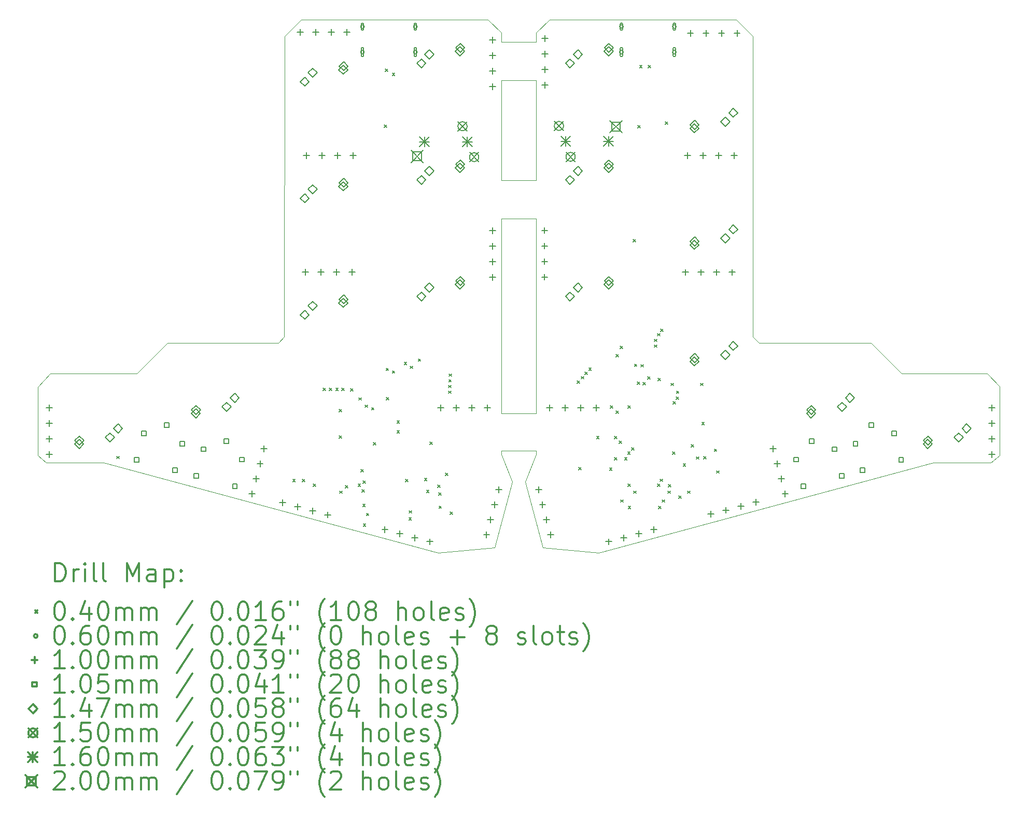
<source format=gbr>
%FSLAX45Y45*%
G04 Gerber Fmt 4.5, Leading zero omitted, Abs format (unit mm)*
G04 Created by KiCad (PCBNEW (5.1.4)-1) date 2023-06-17 21:44:21*
%MOMM*%
%LPD*%
G04 APERTURE LIST*
%ADD10C,0.050000*%
%ADD11C,0.200000*%
%ADD12C,0.300000*%
G04 APERTURE END LIST*
D10*
X13600000Y-45813000D02*
X13600249Y-45873435D01*
X13034000Y-45813000D02*
X13600000Y-45813000D01*
X13033421Y-45873812D02*
X13034000Y-45813000D01*
X13033000Y-45203000D02*
X13033000Y-42016000D01*
X13601000Y-45203000D02*
X13033000Y-45203000D01*
X13600000Y-42016000D02*
X13601000Y-45203000D01*
X13033000Y-42016000D02*
X13600000Y-42016000D01*
X13033000Y-41393000D02*
X13032000Y-39755000D01*
X13601000Y-41393000D02*
X13033000Y-41393000D01*
X13602000Y-39755000D02*
X13601000Y-41393000D01*
X13032000Y-39755000D02*
X13602000Y-39755000D01*
X13602000Y-39133000D02*
X13602190Y-38980639D01*
X13032000Y-39133000D02*
X13602000Y-39133000D01*
X13031480Y-38981016D02*
X13032000Y-39133000D01*
X7580000Y-44050000D02*
X7080000Y-44550000D01*
X7080000Y-44550000D02*
X5670000Y-44550000D01*
X9390000Y-44050000D02*
X9490000Y-43950000D01*
X9390000Y-44050000D02*
X7580000Y-44050000D01*
X17140000Y-43950000D02*
X17240000Y-44050000D01*
X20970000Y-44550000D02*
X21171203Y-44760000D01*
X19070000Y-44050000D02*
X19570000Y-44550000D01*
X20970000Y-44550000D02*
X19570000Y-44550000D01*
X19070000Y-44050000D02*
X17240000Y-44050000D01*
X20091203Y-46011032D02*
X14630391Y-47480918D01*
X16871203Y-38766032D02*
X17141203Y-39036032D01*
X6523279Y-46011295D02*
X6543279Y-46011295D01*
X9493279Y-39036295D02*
X9490000Y-43950000D01*
X17141203Y-39036032D02*
X17140000Y-43950000D01*
X21171203Y-44760000D02*
X21171203Y-45891032D01*
X20111203Y-46011032D02*
X21031203Y-46011032D01*
X20111203Y-46011032D02*
X20091203Y-46011032D01*
X21171203Y-45891032D02*
X21031203Y-46011032D01*
X12925419Y-47395040D02*
X12003279Y-47481295D01*
X16871203Y-38766032D02*
X13821203Y-38766032D01*
X12925419Y-47395040D02*
X13213232Y-46318860D01*
X13033421Y-45873812D02*
X13213232Y-46318860D01*
X13031480Y-38981016D02*
X12813279Y-38766295D01*
X9763279Y-38766295D02*
X9493279Y-39036295D01*
X9763279Y-38766295D02*
X12813279Y-38766295D01*
X5463279Y-44770000D02*
X5463279Y-45891295D01*
X5463279Y-44770000D02*
X5670000Y-44550000D01*
X5463279Y-45891295D02*
X5603279Y-46011295D01*
X6523279Y-46011295D02*
X5603279Y-46011295D01*
X13602190Y-38980639D02*
X13821203Y-38766032D01*
X13708251Y-47394663D02*
X14630391Y-47480918D01*
X13600249Y-45873435D02*
X13420438Y-46318483D01*
X13708251Y-47394663D02*
X13420438Y-46318483D01*
X12003279Y-47481295D02*
X6543279Y-46011295D01*
D11*
X6754279Y-45903221D02*
X6794279Y-45943221D01*
X6794279Y-45903221D02*
X6754279Y-45943221D01*
X9629000Y-46277000D02*
X9669000Y-46317000D01*
X9669000Y-46277000D02*
X9629000Y-46317000D01*
X9783000Y-46277000D02*
X9823000Y-46317000D01*
X9823000Y-46277000D02*
X9783000Y-46317000D01*
X9960000Y-46353500D02*
X10000000Y-46393500D01*
X10000000Y-46353500D02*
X9960000Y-46393500D01*
X10122267Y-44789996D02*
X10162267Y-44829996D01*
X10162267Y-44789996D02*
X10122267Y-44829996D01*
X10226673Y-44789996D02*
X10266673Y-44829996D01*
X10266673Y-44789996D02*
X10226673Y-44829996D01*
X10331989Y-44789996D02*
X10371989Y-44829996D01*
X10371989Y-44789996D02*
X10331989Y-44829996D01*
X10383636Y-45135603D02*
X10423636Y-45175603D01*
X10423636Y-45135603D02*
X10383636Y-45175603D01*
X10384000Y-45566000D02*
X10424000Y-45606000D01*
X10424000Y-45566000D02*
X10384000Y-45606000D01*
X10396397Y-46470028D02*
X10436397Y-46510028D01*
X10436397Y-46470028D02*
X10396397Y-46510028D01*
X10430000Y-44789996D02*
X10470000Y-44829996D01*
X10470000Y-44789996D02*
X10430000Y-44829996D01*
X10488399Y-46383075D02*
X10528399Y-46423075D01*
X10528399Y-46383075D02*
X10488399Y-46423075D01*
X10573000Y-44798000D02*
X10613000Y-44838000D01*
X10613000Y-44798000D02*
X10573000Y-44838000D01*
X10694600Y-46358000D02*
X10734600Y-46398000D01*
X10734600Y-46358000D02*
X10694600Y-46398000D01*
X10710000Y-44947000D02*
X10750000Y-44987000D01*
X10750000Y-44947000D02*
X10710000Y-44987000D01*
X10742098Y-46120119D02*
X10782098Y-46160119D01*
X10782098Y-46120119D02*
X10742098Y-46160119D01*
X10758788Y-46450284D02*
X10798788Y-46490284D01*
X10798788Y-46450284D02*
X10758788Y-46490284D01*
X10770800Y-46688200D02*
X10810800Y-46728200D01*
X10810800Y-46688200D02*
X10770800Y-46728200D01*
X10776660Y-46302560D02*
X10816660Y-46342560D01*
X10816660Y-46302560D02*
X10776660Y-46342560D01*
X10780000Y-47010000D02*
X10820000Y-47050000D01*
X10820000Y-47010000D02*
X10780000Y-47050000D01*
X10807670Y-45064557D02*
X10847670Y-45104557D01*
X10847670Y-45064557D02*
X10807670Y-45104557D01*
X10830866Y-46834598D02*
X10870866Y-46874598D01*
X10870866Y-46834598D02*
X10830866Y-46874598D01*
X10915000Y-45106100D02*
X10955000Y-45146100D01*
X10955000Y-45106100D02*
X10915000Y-45146100D01*
X10942402Y-45679200D02*
X10982402Y-45719200D01*
X10982402Y-45679200D02*
X10942402Y-45719200D01*
X11123000Y-40486000D02*
X11163000Y-40526000D01*
X11163000Y-40486000D02*
X11123000Y-40526000D01*
X11136950Y-39571220D02*
X11176950Y-39611220D01*
X11176950Y-39571220D02*
X11136950Y-39611220D01*
X11152000Y-44463000D02*
X11192000Y-44503000D01*
X11192000Y-44463000D02*
X11152000Y-44503000D01*
X11156000Y-44940700D02*
X11196000Y-44980700D01*
X11196000Y-44940700D02*
X11156000Y-44980700D01*
X11253000Y-44506000D02*
X11293000Y-44546000D01*
X11293000Y-44506000D02*
X11253000Y-44546000D01*
X11254065Y-39642065D02*
X11294065Y-39682065D01*
X11294065Y-39642065D02*
X11254065Y-39682065D01*
X11330000Y-45325000D02*
X11370000Y-45365000D01*
X11370000Y-45325000D02*
X11330000Y-45365000D01*
X11330000Y-45482500D02*
X11370000Y-45522500D01*
X11370000Y-45482500D02*
X11330000Y-45522500D01*
X11448100Y-44369200D02*
X11488100Y-44409200D01*
X11488100Y-44369200D02*
X11448100Y-44409200D01*
X11470000Y-46280000D02*
X11510000Y-46320000D01*
X11510000Y-46280000D02*
X11470000Y-46320000D01*
X11525586Y-46904414D02*
X11565586Y-46944414D01*
X11565586Y-46904414D02*
X11525586Y-46944414D01*
X11530315Y-46792501D02*
X11570315Y-46832501D01*
X11570315Y-46792501D02*
X11530315Y-46832501D01*
X11547000Y-44429000D02*
X11587000Y-44469000D01*
X11587000Y-44429000D02*
X11547000Y-44469000D01*
X11677000Y-44311000D02*
X11717000Y-44351000D01*
X11717000Y-44311000D02*
X11677000Y-44351000D01*
X11779000Y-46264000D02*
X11819000Y-46304000D01*
X11819000Y-46264000D02*
X11779000Y-46304000D01*
X11813362Y-46455943D02*
X11853362Y-46495943D01*
X11853362Y-46455943D02*
X11813362Y-46495943D01*
X11867500Y-45672500D02*
X11907500Y-45712500D01*
X11907500Y-45672500D02*
X11867500Y-45712500D01*
X11992536Y-46374599D02*
X12032536Y-46414599D01*
X12032536Y-46374599D02*
X11992536Y-46414599D01*
X12010000Y-46502500D02*
X12050000Y-46542500D01*
X12050000Y-46502500D02*
X12010000Y-46542500D01*
X12015000Y-46715000D02*
X12055000Y-46755000D01*
X12055000Y-46715000D02*
X12015000Y-46755000D01*
X12119999Y-46180000D02*
X12159999Y-46220000D01*
X12159999Y-46180000D02*
X12119999Y-46220000D01*
X12174769Y-44742817D02*
X12214769Y-44782817D01*
X12214769Y-44742817D02*
X12174769Y-44782817D01*
X12175014Y-44835517D02*
X12215014Y-44875517D01*
X12215014Y-44835517D02*
X12175014Y-44875517D01*
X12176437Y-44650132D02*
X12216437Y-44690132D01*
X12216437Y-44650132D02*
X12176437Y-44690132D01*
X12180000Y-44557500D02*
X12220000Y-44597500D01*
X12220000Y-44557500D02*
X12180000Y-44597500D01*
X12197000Y-46814000D02*
X12237000Y-46854000D01*
X12237000Y-46814000D02*
X12197000Y-46854000D01*
X14270000Y-44670000D02*
X14310000Y-44710000D01*
X14310000Y-44670000D02*
X14270000Y-44710000D01*
X14296000Y-46085000D02*
X14336000Y-46125000D01*
X14336000Y-46085000D02*
X14296000Y-46125000D01*
X14339161Y-44598273D02*
X14379161Y-44638273D01*
X14379161Y-44598273D02*
X14339161Y-44638273D01*
X14396773Y-44525648D02*
X14436773Y-44565648D01*
X14436773Y-44525648D02*
X14396773Y-44565648D01*
X14462939Y-44460721D02*
X14502939Y-44500721D01*
X14502939Y-44460721D02*
X14462939Y-44500721D01*
X14590000Y-45580000D02*
X14630000Y-45620000D01*
X14630000Y-45580000D02*
X14590000Y-45620000D01*
X14802300Y-46092699D02*
X14842300Y-46132699D01*
X14842300Y-46092699D02*
X14802300Y-46132699D01*
X14812500Y-45077500D02*
X14852500Y-45117500D01*
X14852500Y-45077500D02*
X14812500Y-45117500D01*
X14880000Y-45577599D02*
X14920000Y-45617599D01*
X14920000Y-45577599D02*
X14880000Y-45617599D01*
X14880001Y-45925000D02*
X14920001Y-45965000D01*
X14920001Y-45925000D02*
X14880001Y-45965000D01*
X14908000Y-44238000D02*
X14948000Y-44278000D01*
X14948000Y-44238000D02*
X14908000Y-44278000D01*
X14908235Y-45163234D02*
X14948235Y-45203234D01*
X14948235Y-45163234D02*
X14908235Y-45203234D01*
X14959299Y-45655299D02*
X14999299Y-45695299D01*
X14999299Y-45655299D02*
X14959299Y-45695299D01*
X14972000Y-44103000D02*
X15012000Y-44143000D01*
X15012000Y-44103000D02*
X14972000Y-44143000D01*
X14985000Y-46615000D02*
X15025000Y-46655000D01*
X15025000Y-46615000D02*
X14985000Y-46655000D01*
X15047498Y-45922502D02*
X15087498Y-45962502D01*
X15087498Y-45922502D02*
X15047498Y-45962502D01*
X15098247Y-45833005D02*
X15138247Y-45873005D01*
X15138247Y-45833005D02*
X15098247Y-45873005D01*
X15100000Y-45080000D02*
X15140000Y-45120000D01*
X15140000Y-45080000D02*
X15100000Y-45120000D01*
X15100000Y-46355000D02*
X15140000Y-46395000D01*
X15140000Y-46355000D02*
X15100000Y-46395000D01*
X15105000Y-46720000D02*
X15145000Y-46760000D01*
X15145000Y-46720000D02*
X15105000Y-46760000D01*
X15160021Y-45763886D02*
X15200021Y-45803886D01*
X15200021Y-45763886D02*
X15160021Y-45803886D01*
X15184313Y-42357499D02*
X15224313Y-42397499D01*
X15224313Y-42357499D02*
X15184313Y-42397499D01*
X15195000Y-46470000D02*
X15235000Y-46510000D01*
X15235000Y-46470000D02*
X15195000Y-46510000D01*
X15207500Y-44395000D02*
X15247500Y-44435000D01*
X15247500Y-44395000D02*
X15207500Y-44435000D01*
X15255000Y-44685000D02*
X15295000Y-44725000D01*
X15295000Y-44685000D02*
X15255000Y-44725000D01*
X15260000Y-40495000D02*
X15300000Y-40535000D01*
X15300000Y-40495000D02*
X15260000Y-40535000D01*
X15292500Y-39512500D02*
X15332500Y-39552500D01*
X15332500Y-39512500D02*
X15292500Y-39552500D01*
X15312500Y-44405000D02*
X15352500Y-44445000D01*
X15352500Y-44405000D02*
X15312500Y-44445000D01*
X15347182Y-44694793D02*
X15387182Y-44734793D01*
X15387182Y-44694793D02*
X15347182Y-44734793D01*
X15424358Y-44600642D02*
X15464358Y-44640642D01*
X15464358Y-44600642D02*
X15424358Y-44640642D01*
X15432500Y-39515000D02*
X15472500Y-39555000D01*
X15472500Y-39515000D02*
X15432500Y-39555000D01*
X15533038Y-44082598D02*
X15573038Y-44122598D01*
X15573038Y-44082598D02*
X15533038Y-44122598D01*
X15536305Y-43989955D02*
X15576305Y-44029955D01*
X15576305Y-43989955D02*
X15536305Y-44029955D01*
X15582049Y-43897276D02*
X15622049Y-43937276D01*
X15622049Y-43897276D02*
X15582049Y-43937276D01*
X15584714Y-46358490D02*
X15624714Y-46398490D01*
X15624714Y-46358490D02*
X15584714Y-46398490D01*
X15590000Y-44630000D02*
X15630000Y-44670000D01*
X15630000Y-44630000D02*
X15590000Y-44670000D01*
X15600000Y-46720000D02*
X15640000Y-46760000D01*
X15640000Y-46720000D02*
X15600000Y-46760000D01*
X15625000Y-46275000D02*
X15665000Y-46315000D01*
X15665000Y-46275000D02*
X15625000Y-46315000D01*
X15635854Y-43821788D02*
X15675854Y-43861788D01*
X15675854Y-43821788D02*
X15635854Y-43861788D01*
X15662901Y-46615000D02*
X15702901Y-46655000D01*
X15702901Y-46615000D02*
X15662901Y-46655000D01*
X15711000Y-40438897D02*
X15751000Y-40478897D01*
X15751000Y-40438897D02*
X15711000Y-40478897D01*
X15752999Y-46469999D02*
X15792999Y-46509999D01*
X15792999Y-46469999D02*
X15752999Y-46509999D01*
X15760587Y-46361890D02*
X15800587Y-46401890D01*
X15800587Y-46361890D02*
X15760587Y-46401890D01*
X15805586Y-44709414D02*
X15845586Y-44749414D01*
X15845586Y-44709414D02*
X15805586Y-44749414D01*
X15827700Y-45832300D02*
X15867700Y-45872300D01*
X15867700Y-45832300D02*
X15827700Y-45872300D01*
X15836146Y-45012431D02*
X15876146Y-45052431D01*
X15876146Y-45012431D02*
X15836146Y-45052431D01*
X15887238Y-44935080D02*
X15927238Y-44975080D01*
X15927238Y-44935080D02*
X15887238Y-44975080D01*
X15892499Y-44835000D02*
X15932499Y-44875000D01*
X15932499Y-44835000D02*
X15892499Y-44875000D01*
X15930400Y-46550000D02*
X15970400Y-46590000D01*
X15970400Y-46550000D02*
X15930400Y-46590000D01*
X16002500Y-46025000D02*
X16042500Y-46065000D01*
X16042500Y-46025000D02*
X16002500Y-46065000D01*
X16076914Y-46470000D02*
X16116914Y-46510000D01*
X16116914Y-46470000D02*
X16076914Y-46510000D01*
X16131836Y-45711836D02*
X16171836Y-45751836D01*
X16171836Y-45711836D02*
X16131836Y-45751836D01*
X16221115Y-45911726D02*
X16261115Y-45951726D01*
X16261115Y-45911726D02*
X16221115Y-45951726D01*
X16284107Y-44709414D02*
X16324107Y-44749414D01*
X16324107Y-44709414D02*
X16284107Y-44749414D01*
X16308382Y-45347895D02*
X16348382Y-45387895D01*
X16348382Y-45347895D02*
X16308382Y-45387895D01*
X16338420Y-45906164D02*
X16378420Y-45946164D01*
X16378420Y-45906164D02*
X16338420Y-45946164D01*
X16512500Y-45785000D02*
X16552500Y-45825000D01*
X16552500Y-45785000D02*
X16512500Y-45825000D01*
X16552500Y-46140000D02*
X16592500Y-46180000D01*
X16592500Y-46140000D02*
X16552500Y-46180000D01*
X10796000Y-38882500D02*
G75*
G03X10796000Y-38882500I-30000J0D01*
G01*
X10746000Y-38842500D02*
X10746000Y-38922500D01*
X10786000Y-38842500D02*
X10786000Y-38922500D01*
X10746000Y-38922500D02*
G75*
G03X10786000Y-38922500I20000J0D01*
G01*
X10786000Y-38842500D02*
G75*
G03X10746000Y-38842500I-20000J0D01*
G01*
X10796000Y-39299500D02*
G75*
G03X10796000Y-39299500I-30000J0D01*
G01*
X10746000Y-39244500D02*
X10746000Y-39354500D01*
X10786000Y-39244500D02*
X10786000Y-39354500D01*
X10746000Y-39354500D02*
G75*
G03X10786000Y-39354500I20000J0D01*
G01*
X10786000Y-39244500D02*
G75*
G03X10746000Y-39244500I-20000J0D01*
G01*
X11660000Y-38882500D02*
G75*
G03X11660000Y-38882500I-30000J0D01*
G01*
X11610000Y-38842500D02*
X11610000Y-38922500D01*
X11650000Y-38842500D02*
X11650000Y-38922500D01*
X11610000Y-38922500D02*
G75*
G03X11650000Y-38922500I20000J0D01*
G01*
X11650000Y-38842500D02*
G75*
G03X11610000Y-38842500I-20000J0D01*
G01*
X11660000Y-39299500D02*
G75*
G03X11660000Y-39299500I-30000J0D01*
G01*
X11610000Y-39244500D02*
X11610000Y-39354500D01*
X11650000Y-39244500D02*
X11650000Y-39354500D01*
X11610000Y-39354500D02*
G75*
G03X11650000Y-39354500I20000J0D01*
G01*
X11650000Y-39244500D02*
G75*
G03X11610000Y-39244500I-20000J0D01*
G01*
X15025500Y-38881000D02*
G75*
G03X15025500Y-38881000I-30000J0D01*
G01*
X14975500Y-38841000D02*
X14975500Y-38921000D01*
X15015500Y-38841000D02*
X15015500Y-38921000D01*
X14975500Y-38921000D02*
G75*
G03X15015500Y-38921000I20000J0D01*
G01*
X15015500Y-38841000D02*
G75*
G03X14975500Y-38841000I-20000J0D01*
G01*
X15025500Y-39298000D02*
G75*
G03X15025500Y-39298000I-30000J0D01*
G01*
X14975500Y-39243000D02*
X14975500Y-39353000D01*
X15015500Y-39243000D02*
X15015500Y-39353000D01*
X14975500Y-39353000D02*
G75*
G03X15015500Y-39353000I20000J0D01*
G01*
X15015500Y-39243000D02*
G75*
G03X14975500Y-39243000I-20000J0D01*
G01*
X15889500Y-38881000D02*
G75*
G03X15889500Y-38881000I-30000J0D01*
G01*
X15839500Y-38841000D02*
X15839500Y-38921000D01*
X15879500Y-38841000D02*
X15879500Y-38921000D01*
X15839500Y-38921000D02*
G75*
G03X15879500Y-38921000I20000J0D01*
G01*
X15879500Y-38841000D02*
G75*
G03X15839500Y-38841000I-20000J0D01*
G01*
X15889500Y-39298000D02*
G75*
G03X15889500Y-39298000I-30000J0D01*
G01*
X15839500Y-39243000D02*
X15839500Y-39353000D01*
X15879500Y-39243000D02*
X15879500Y-39353000D01*
X15839500Y-39353000D02*
G75*
G03X15879500Y-39353000I20000J0D01*
G01*
X15879500Y-39243000D02*
G75*
G03X15839500Y-39243000I-20000J0D01*
G01*
X14785167Y-47248252D02*
X14785167Y-47348252D01*
X14735167Y-47298252D02*
X14835167Y-47298252D01*
X15030512Y-47182512D02*
X15030512Y-47282512D01*
X14980512Y-47232512D02*
X15080512Y-47232512D01*
X15275857Y-47116772D02*
X15275857Y-47216772D01*
X15225857Y-47166772D02*
X15325857Y-47166772D01*
X15521202Y-47051032D02*
X15521202Y-47151032D01*
X15471202Y-47101032D02*
X15571202Y-47101032D01*
X13745873Y-39026079D02*
X13745873Y-39126079D01*
X13695873Y-39076079D02*
X13795873Y-39076079D01*
X13745873Y-39280079D02*
X13745873Y-39380079D01*
X13695873Y-39330079D02*
X13795873Y-39330079D01*
X13745873Y-39534079D02*
X13745873Y-39634079D01*
X13695873Y-39584079D02*
X13795873Y-39584079D01*
X13745873Y-39788079D02*
X13745873Y-39888079D01*
X13695873Y-39838079D02*
X13795873Y-39838079D01*
X8962796Y-46467182D02*
X8962796Y-46567182D01*
X8912796Y-46517182D02*
X9012796Y-46517182D01*
X9028536Y-46221837D02*
X9028536Y-46321837D01*
X8978536Y-46271837D02*
X9078536Y-46271837D01*
X9094276Y-45976492D02*
X9094276Y-46076492D01*
X9044276Y-46026492D02*
X9144276Y-46026492D01*
X9160016Y-45731146D02*
X9160016Y-45831146D01*
X9110016Y-45781146D02*
X9210016Y-45781146D01*
X17472643Y-45730790D02*
X17472643Y-45830790D01*
X17422643Y-45780790D02*
X17522643Y-45780790D01*
X17538383Y-45976135D02*
X17538383Y-46076135D01*
X17488383Y-46026135D02*
X17588383Y-46026135D01*
X17604123Y-46221481D02*
X17604123Y-46321481D01*
X17554123Y-46271481D02*
X17654123Y-46271481D01*
X17669863Y-46466826D02*
X17669863Y-46566826D01*
X17619863Y-46516826D02*
X17719863Y-46516826D01*
X13641893Y-46395462D02*
X13641893Y-46495462D01*
X13591893Y-46445462D02*
X13691893Y-46445462D01*
X13707633Y-46640807D02*
X13707633Y-46740807D01*
X13657633Y-46690807D02*
X13757633Y-46690807D01*
X13773373Y-46886153D02*
X13773373Y-46986153D01*
X13723373Y-46936153D02*
X13823373Y-46936153D01*
X13839113Y-47131498D02*
X13839113Y-47231498D01*
X13789113Y-47181498D02*
X13889113Y-47181498D01*
X16043672Y-42845785D02*
X16043672Y-42945785D01*
X15993672Y-42895785D02*
X16093672Y-42895785D01*
X16297672Y-42845785D02*
X16297672Y-42945785D01*
X16247672Y-42895785D02*
X16347672Y-42895785D01*
X16551672Y-42845785D02*
X16551672Y-42945785D01*
X16501672Y-42895785D02*
X16601672Y-42895785D01*
X16805672Y-42845785D02*
X16805672Y-42945785D01*
X16755672Y-42895785D02*
X16855672Y-42895785D01*
X9751000Y-38922000D02*
X9751000Y-39022000D01*
X9701000Y-38972000D02*
X9801000Y-38972000D01*
X10005000Y-38922000D02*
X10005000Y-39022000D01*
X9955000Y-38972000D02*
X10055000Y-38972000D01*
X10259000Y-38922000D02*
X10259000Y-39022000D01*
X10209000Y-38972000D02*
X10309000Y-38972000D01*
X10513000Y-38922000D02*
X10513000Y-39022000D01*
X10463000Y-38972000D02*
X10563000Y-38972000D01*
X11133279Y-47051295D02*
X11133279Y-47151295D01*
X11083279Y-47101295D02*
X11183279Y-47101295D01*
X11378624Y-47117035D02*
X11378624Y-47217035D01*
X11328624Y-47167035D02*
X11428624Y-47167035D01*
X11623969Y-47182775D02*
X11623969Y-47282775D01*
X11573969Y-47232775D02*
X11673969Y-47232775D01*
X11869314Y-47248515D02*
X11869314Y-47348515D01*
X11819314Y-47298515D02*
X11919314Y-47298515D01*
X12887609Y-39049831D02*
X12887609Y-39149831D01*
X12837609Y-39099831D02*
X12937609Y-39099831D01*
X12887609Y-39303831D02*
X12887609Y-39403831D01*
X12837609Y-39353831D02*
X12937609Y-39353831D01*
X12887609Y-39557831D02*
X12887609Y-39657831D01*
X12837609Y-39607831D02*
X12937609Y-39607831D01*
X12887609Y-39811831D02*
X12887609Y-39911831D01*
X12837609Y-39861831D02*
X12937609Y-39861831D01*
X16121000Y-38936000D02*
X16121000Y-39036000D01*
X16071000Y-38986000D02*
X16171000Y-38986000D01*
X16375000Y-38936000D02*
X16375000Y-39036000D01*
X16325000Y-38986000D02*
X16425000Y-38986000D01*
X16629000Y-38936000D02*
X16629000Y-39036000D01*
X16579000Y-38986000D02*
X16679000Y-38986000D01*
X16883000Y-38936000D02*
X16883000Y-39036000D01*
X16833000Y-38986000D02*
X16933000Y-38986000D01*
X13819592Y-45058497D02*
X13819592Y-45158497D01*
X13769592Y-45108497D02*
X13869592Y-45108497D01*
X14073592Y-45058497D02*
X14073592Y-45158497D01*
X14023592Y-45108497D02*
X14123592Y-45108497D01*
X14327592Y-45058497D02*
X14327592Y-45158497D01*
X14277592Y-45108497D02*
X14377592Y-45108497D01*
X14581592Y-45058497D02*
X14581592Y-45158497D01*
X14531592Y-45108497D02*
X14631592Y-45108497D01*
X12793279Y-47131295D02*
X12793279Y-47231295D01*
X12743279Y-47181295D02*
X12843279Y-47181295D01*
X12859019Y-46885950D02*
X12859019Y-46985950D01*
X12809019Y-46935950D02*
X12909019Y-46935950D01*
X12924759Y-46640605D02*
X12924759Y-46740605D01*
X12874759Y-46690605D02*
X12974759Y-46690605D01*
X12990499Y-46395260D02*
X12990499Y-46495260D01*
X12940499Y-46445260D02*
X13040499Y-46445260D01*
X21041203Y-45061032D02*
X21041203Y-45161032D01*
X20991203Y-45111032D02*
X21091203Y-45111032D01*
X21041203Y-45315032D02*
X21041203Y-45415032D01*
X20991203Y-45365032D02*
X21091203Y-45365032D01*
X21041203Y-45569032D02*
X21041203Y-45669032D01*
X20991203Y-45619032D02*
X21091203Y-45619032D01*
X21041203Y-45823032D02*
X21041203Y-45923032D01*
X20991203Y-45873032D02*
X21091203Y-45873032D01*
X16455167Y-46798252D02*
X16455167Y-46898252D01*
X16405167Y-46848252D02*
X16505167Y-46848252D01*
X16700512Y-46732512D02*
X16700512Y-46832512D01*
X16650512Y-46782512D02*
X16750512Y-46782512D01*
X16945857Y-46666772D02*
X16945857Y-46766772D01*
X16895857Y-46716772D02*
X16995857Y-46716772D01*
X17191202Y-46601032D02*
X17191202Y-46701032D01*
X17141202Y-46651032D02*
X17241202Y-46651032D01*
X16073901Y-40934201D02*
X16073901Y-41034201D01*
X16023901Y-40984201D02*
X16123901Y-40984201D01*
X16327901Y-40934201D02*
X16327901Y-41034201D01*
X16277901Y-40984201D02*
X16377901Y-40984201D01*
X16581901Y-40934201D02*
X16581901Y-41034201D01*
X16531901Y-40984201D02*
X16631901Y-40984201D01*
X16835901Y-40934201D02*
X16835901Y-41034201D01*
X16785901Y-40984201D02*
X16885901Y-40984201D01*
X13741202Y-42161028D02*
X13741202Y-42261028D01*
X13691202Y-42211028D02*
X13791202Y-42211028D01*
X13741202Y-42415028D02*
X13741202Y-42515028D01*
X13691202Y-42465028D02*
X13791202Y-42465028D01*
X13741202Y-42669028D02*
X13741202Y-42769028D01*
X13691202Y-42719028D02*
X13791202Y-42719028D01*
X13741202Y-42923028D02*
X13741202Y-43023028D01*
X13691202Y-42973028D02*
X13791202Y-42973028D01*
X5653279Y-45059295D02*
X5653279Y-45159295D01*
X5603279Y-45109295D02*
X5703279Y-45109295D01*
X5653279Y-45313295D02*
X5653279Y-45413295D01*
X5603279Y-45363295D02*
X5703279Y-45363295D01*
X5653279Y-45567295D02*
X5653279Y-45667295D01*
X5603279Y-45617295D02*
X5703279Y-45617295D01*
X5653279Y-45821295D02*
X5653279Y-45921295D01*
X5603279Y-45871295D02*
X5703279Y-45871295D01*
X9853416Y-40933520D02*
X9853416Y-41033520D01*
X9803416Y-40983520D02*
X9903416Y-40983520D01*
X10107416Y-40933520D02*
X10107416Y-41033520D01*
X10057416Y-40983520D02*
X10157416Y-40983520D01*
X10361416Y-40933520D02*
X10361416Y-41033520D01*
X10311416Y-40983520D02*
X10411416Y-40983520D01*
X10615416Y-40933520D02*
X10615416Y-41033520D01*
X10565416Y-40983520D02*
X10665416Y-40983520D01*
X12894060Y-42162489D02*
X12894060Y-42262489D01*
X12844060Y-42212489D02*
X12944060Y-42212489D01*
X12894060Y-42416489D02*
X12894060Y-42516489D01*
X12844060Y-42466489D02*
X12944060Y-42466489D01*
X12894060Y-42670489D02*
X12894060Y-42770489D01*
X12844060Y-42720489D02*
X12944060Y-42720489D01*
X12894060Y-42924489D02*
X12894060Y-43024489D01*
X12844060Y-42974489D02*
X12944060Y-42974489D01*
X12044843Y-45058132D02*
X12044843Y-45158132D01*
X11994843Y-45108132D02*
X12094843Y-45108132D01*
X12298843Y-45058132D02*
X12298843Y-45158132D01*
X12248843Y-45108132D02*
X12348843Y-45108132D01*
X12552843Y-45058132D02*
X12552843Y-45158132D01*
X12502843Y-45108132D02*
X12602843Y-45108132D01*
X12806843Y-45058132D02*
X12806843Y-45158132D01*
X12756843Y-45108132D02*
X12856843Y-45108132D01*
X9463279Y-46611295D02*
X9463279Y-46711295D01*
X9413279Y-46661295D02*
X9513279Y-46661295D01*
X9708624Y-46677035D02*
X9708624Y-46777035D01*
X9658624Y-46727035D02*
X9758624Y-46727035D01*
X9953969Y-46742775D02*
X9953969Y-46842775D01*
X9903969Y-46792775D02*
X10003969Y-46792775D01*
X10199314Y-46808515D02*
X10199314Y-46908515D01*
X10149314Y-46858515D02*
X10249314Y-46858515D01*
X9837697Y-42842097D02*
X9837697Y-42942097D01*
X9787697Y-42892097D02*
X9887697Y-42892097D01*
X10091697Y-42842097D02*
X10091697Y-42942097D01*
X10041697Y-42892097D02*
X10141697Y-42892097D01*
X10345697Y-42842097D02*
X10345697Y-42942097D01*
X10295697Y-42892097D02*
X10395697Y-42892097D01*
X10599697Y-42842097D02*
X10599697Y-42942097D01*
X10549697Y-42892097D02*
X10649697Y-42892097D01*
X18854731Y-45734556D02*
X18854731Y-45660309D01*
X18780484Y-45660309D01*
X18780484Y-45734556D01*
X18854731Y-45734556D01*
X18971958Y-46169019D02*
X18971958Y-46094772D01*
X18897711Y-46094772D01*
X18897711Y-46169019D01*
X18971958Y-46169019D01*
X19109897Y-45432661D02*
X19109897Y-45358414D01*
X19035650Y-45358414D01*
X19035650Y-45432661D01*
X19109897Y-45432661D01*
X19482289Y-45565228D02*
X19482289Y-45490981D01*
X19408042Y-45490981D01*
X19408042Y-45565228D01*
X19482289Y-45565228D01*
X19599516Y-45999691D02*
X19599516Y-45925444D01*
X19525269Y-45925444D01*
X19525269Y-45999691D01*
X19599516Y-45999691D01*
X17884731Y-45994556D02*
X17884731Y-45920309D01*
X17810484Y-45920309D01*
X17810484Y-45994556D01*
X17884731Y-45994556D01*
X18001958Y-46429019D02*
X18001958Y-46354772D01*
X17927711Y-46354772D01*
X17927711Y-46429019D01*
X18001958Y-46429019D01*
X18139897Y-45692661D02*
X18139897Y-45618414D01*
X18065650Y-45618414D01*
X18065650Y-45692661D01*
X18139897Y-45692661D01*
X18512289Y-45825228D02*
X18512289Y-45750981D01*
X18438042Y-45750981D01*
X18438042Y-45825228D01*
X18512289Y-45825228D01*
X18629516Y-46259691D02*
X18629516Y-46185444D01*
X18555269Y-46185444D01*
X18555269Y-46259691D01*
X18629516Y-46259691D01*
X8092232Y-46259691D02*
X8092232Y-46185444D01*
X8017985Y-46185444D01*
X8017985Y-46259691D01*
X8092232Y-46259691D01*
X8209459Y-45825228D02*
X8209459Y-45750981D01*
X8135212Y-45750981D01*
X8135212Y-45825228D01*
X8209459Y-45825228D01*
X8581851Y-45692661D02*
X8581851Y-45618414D01*
X8507604Y-45618414D01*
X8507604Y-45692661D01*
X8581851Y-45692661D01*
X8719789Y-46429019D02*
X8719789Y-46354772D01*
X8645542Y-46354772D01*
X8645542Y-46429019D01*
X8719789Y-46429019D01*
X8837016Y-45994556D02*
X8837016Y-45920309D01*
X8762769Y-45920309D01*
X8762769Y-45994556D01*
X8837016Y-45994556D01*
X7114458Y-45999691D02*
X7114458Y-45925444D01*
X7040211Y-45925444D01*
X7040211Y-45999691D01*
X7114458Y-45999691D01*
X7231685Y-45565228D02*
X7231685Y-45490981D01*
X7157438Y-45490981D01*
X7157438Y-45565228D01*
X7231685Y-45565228D01*
X7604077Y-45432661D02*
X7604077Y-45358414D01*
X7529830Y-45358414D01*
X7529830Y-45432661D01*
X7604077Y-45432661D01*
X7742015Y-46169019D02*
X7742015Y-46094772D01*
X7667768Y-46094772D01*
X7667768Y-46169019D01*
X7742015Y-46169019D01*
X7859242Y-45734556D02*
X7859242Y-45660309D01*
X7784995Y-45660309D01*
X7784995Y-45734556D01*
X7859242Y-45734556D01*
X11727279Y-39555795D02*
X11800779Y-39482295D01*
X11727279Y-39408795D01*
X11653779Y-39482295D01*
X11727279Y-39555795D01*
X11858279Y-39409795D02*
X11931779Y-39336295D01*
X11858279Y-39262795D01*
X11784779Y-39336295D01*
X11858279Y-39409795D01*
X12358279Y-39359795D02*
X12431779Y-39286295D01*
X12358279Y-39212795D01*
X12284779Y-39286295D01*
X12358279Y-39359795D01*
X12362279Y-39301795D02*
X12435779Y-39228295D01*
X12362279Y-39154795D01*
X12288779Y-39228295D01*
X12362279Y-39301795D01*
X19997203Y-45777532D02*
X20070703Y-45704032D01*
X19997203Y-45630532D01*
X19923703Y-45704032D01*
X19997203Y-45777532D01*
X20001203Y-45719532D02*
X20074703Y-45646032D01*
X20001203Y-45572532D01*
X19927703Y-45646032D01*
X20001203Y-45719532D01*
X20501203Y-45669532D02*
X20574703Y-45596032D01*
X20501203Y-45522532D01*
X20427703Y-45596032D01*
X20501203Y-45669532D01*
X20632203Y-45523532D02*
X20705703Y-45450032D01*
X20632203Y-45376532D01*
X20558703Y-45450032D01*
X20632203Y-45523532D01*
X14155202Y-41460532D02*
X14228702Y-41387032D01*
X14155202Y-41313532D01*
X14081702Y-41387032D01*
X14155202Y-41460532D01*
X14286202Y-41314532D02*
X14359702Y-41241032D01*
X14286202Y-41167532D01*
X14212702Y-41241032D01*
X14286202Y-41314532D01*
X14786202Y-41264532D02*
X14859702Y-41191032D01*
X14786202Y-41117532D01*
X14712702Y-41191032D01*
X14786202Y-41264532D01*
X14790202Y-41206532D02*
X14863702Y-41133032D01*
X14790202Y-41059532D01*
X14716702Y-41133032D01*
X14790202Y-41206532D01*
X16187202Y-40617532D02*
X16260702Y-40544032D01*
X16187202Y-40470532D01*
X16113702Y-40544032D01*
X16187202Y-40617532D01*
X16191202Y-40559532D02*
X16264702Y-40486032D01*
X16191202Y-40412532D01*
X16117702Y-40486032D01*
X16191202Y-40559532D01*
X16691202Y-40509532D02*
X16764702Y-40436032D01*
X16691202Y-40362532D01*
X16617702Y-40436032D01*
X16691202Y-40509532D01*
X16822203Y-40363532D02*
X16895703Y-40290032D01*
X16822203Y-40216532D01*
X16748702Y-40290032D01*
X16822203Y-40363532D01*
X14155203Y-39555532D02*
X14228703Y-39482032D01*
X14155203Y-39408532D01*
X14081703Y-39482032D01*
X14155203Y-39555532D01*
X14286203Y-39409532D02*
X14359703Y-39336032D01*
X14286203Y-39262532D01*
X14212703Y-39336032D01*
X14286203Y-39409532D01*
X14786203Y-39359532D02*
X14859703Y-39286032D01*
X14786203Y-39212532D01*
X14712703Y-39286032D01*
X14786203Y-39359532D01*
X14790203Y-39301532D02*
X14863703Y-39228032D01*
X14790203Y-39154532D01*
X14716703Y-39228032D01*
X14790203Y-39301532D01*
X9822279Y-39855795D02*
X9895779Y-39782295D01*
X9822279Y-39708795D01*
X9748779Y-39782295D01*
X9822279Y-39855795D01*
X9953279Y-39709795D02*
X10026779Y-39636295D01*
X9953279Y-39562795D01*
X9879779Y-39636295D01*
X9953279Y-39709795D01*
X10453279Y-39659795D02*
X10526779Y-39586295D01*
X10453279Y-39512795D01*
X10379779Y-39586295D01*
X10453279Y-39659795D01*
X10457279Y-39601795D02*
X10530779Y-39528295D01*
X10457279Y-39454795D01*
X10383779Y-39528295D01*
X10457279Y-39601795D01*
X9822279Y-43665795D02*
X9895779Y-43592295D01*
X9822279Y-43518795D01*
X9748779Y-43592295D01*
X9822279Y-43665795D01*
X9953279Y-43519795D02*
X10026779Y-43446295D01*
X9953279Y-43372795D01*
X9879779Y-43446295D01*
X9953279Y-43519795D01*
X10453279Y-43469795D02*
X10526779Y-43396295D01*
X10453279Y-43322795D01*
X10379779Y-43396295D01*
X10453279Y-43469795D01*
X10457279Y-43411795D02*
X10530779Y-43338295D01*
X10457279Y-43264795D01*
X10383779Y-43338295D01*
X10457279Y-43411795D01*
X14155202Y-43365532D02*
X14228702Y-43292032D01*
X14155202Y-43218532D01*
X14081702Y-43292032D01*
X14155202Y-43365532D01*
X14286202Y-43219532D02*
X14359702Y-43146032D01*
X14286202Y-43072532D01*
X14212702Y-43146032D01*
X14286202Y-43219532D01*
X14786202Y-43169532D02*
X14859702Y-43096032D01*
X14786202Y-43022532D01*
X14712702Y-43096032D01*
X14786202Y-43169532D01*
X14790202Y-43111532D02*
X14863702Y-43038032D01*
X14790202Y-42964532D01*
X14716702Y-43038032D01*
X14790202Y-43111532D01*
X9822279Y-41760795D02*
X9895779Y-41687295D01*
X9822279Y-41613795D01*
X9748779Y-41687295D01*
X9822279Y-41760795D01*
X9953279Y-41614795D02*
X10026779Y-41541295D01*
X9953279Y-41467795D01*
X9879779Y-41541295D01*
X9953279Y-41614795D01*
X10453279Y-41564795D02*
X10526779Y-41491295D01*
X10453279Y-41417795D01*
X10379779Y-41491295D01*
X10453279Y-41564795D01*
X10457279Y-41506795D02*
X10530779Y-41433295D01*
X10457279Y-41359795D01*
X10383779Y-41433295D01*
X10457279Y-41506795D01*
X16187202Y-44427532D02*
X16260702Y-44354032D01*
X16187202Y-44280532D01*
X16113702Y-44354032D01*
X16187202Y-44427532D01*
X16191202Y-44369532D02*
X16264702Y-44296032D01*
X16191202Y-44222532D01*
X16117702Y-44296032D01*
X16191202Y-44369532D01*
X16691202Y-44319532D02*
X16764702Y-44246032D01*
X16691202Y-44172532D01*
X16617702Y-44246032D01*
X16691202Y-44319532D01*
X16822203Y-44173532D02*
X16895703Y-44100032D01*
X16822203Y-44026532D01*
X16748702Y-44100032D01*
X16822203Y-44173532D01*
X11727279Y-41460795D02*
X11800779Y-41387295D01*
X11727279Y-41313795D01*
X11653779Y-41387295D01*
X11727279Y-41460795D01*
X11858279Y-41314795D02*
X11931779Y-41241295D01*
X11858279Y-41167795D01*
X11784779Y-41241295D01*
X11858279Y-41314795D01*
X12358279Y-41264795D02*
X12431779Y-41191295D01*
X12358279Y-41117795D01*
X12284779Y-41191295D01*
X12358279Y-41264795D01*
X12362279Y-41206795D02*
X12435779Y-41133295D01*
X12362279Y-41059795D01*
X12288779Y-41133295D01*
X12362279Y-41206795D01*
X18092203Y-45277532D02*
X18165703Y-45204032D01*
X18092203Y-45130532D01*
X18018703Y-45204032D01*
X18092203Y-45277532D01*
X18096203Y-45219532D02*
X18169703Y-45146032D01*
X18096203Y-45072532D01*
X18022703Y-45146032D01*
X18096203Y-45219532D01*
X18596203Y-45169532D02*
X18669703Y-45096032D01*
X18596203Y-45022532D01*
X18522703Y-45096032D01*
X18596203Y-45169532D01*
X18727203Y-45023532D02*
X18800703Y-44950032D01*
X18727203Y-44876532D01*
X18653703Y-44950032D01*
X18727203Y-45023532D01*
X11727279Y-43365795D02*
X11800779Y-43292295D01*
X11727279Y-43218795D01*
X11653779Y-43292295D01*
X11727279Y-43365795D01*
X11858279Y-43219795D02*
X11931779Y-43146295D01*
X11858279Y-43072795D01*
X11784779Y-43146295D01*
X11858279Y-43219795D01*
X12358279Y-43169795D02*
X12431779Y-43096295D01*
X12358279Y-43022795D01*
X12284779Y-43096295D01*
X12358279Y-43169795D01*
X12362279Y-43111795D02*
X12435779Y-43038295D01*
X12362279Y-42964795D01*
X12288779Y-43038295D01*
X12362279Y-43111795D01*
X8044279Y-45277795D02*
X8117779Y-45204295D01*
X8044279Y-45130795D01*
X7970779Y-45204295D01*
X8044279Y-45277795D01*
X8048279Y-45219795D02*
X8121779Y-45146295D01*
X8048279Y-45072795D01*
X7974779Y-45146295D01*
X8048279Y-45219795D01*
X8548279Y-45169795D02*
X8621779Y-45096295D01*
X8548279Y-45022795D01*
X8474779Y-45096295D01*
X8548279Y-45169795D01*
X8679279Y-45023795D02*
X8752779Y-44950295D01*
X8679279Y-44876795D01*
X8605779Y-44950295D01*
X8679279Y-45023795D01*
X16187202Y-42522532D02*
X16260702Y-42449032D01*
X16187202Y-42375532D01*
X16113702Y-42449032D01*
X16187202Y-42522532D01*
X16191202Y-42464532D02*
X16264702Y-42391032D01*
X16191202Y-42317532D01*
X16117702Y-42391032D01*
X16191202Y-42464532D01*
X16691202Y-42414532D02*
X16764702Y-42341032D01*
X16691202Y-42267532D01*
X16617702Y-42341032D01*
X16691202Y-42414532D01*
X16822203Y-42268532D02*
X16895703Y-42195032D01*
X16822203Y-42121532D01*
X16748702Y-42195032D01*
X16822203Y-42268532D01*
X6139279Y-45777795D02*
X6212779Y-45704295D01*
X6139279Y-45630795D01*
X6065779Y-45704295D01*
X6139279Y-45777795D01*
X6143279Y-45719795D02*
X6216779Y-45646295D01*
X6143279Y-45572795D01*
X6069779Y-45646295D01*
X6143279Y-45719795D01*
X6643279Y-45669795D02*
X6716779Y-45596295D01*
X6643279Y-45522795D01*
X6569779Y-45596295D01*
X6643279Y-45669795D01*
X6774279Y-45523795D02*
X6847779Y-45450295D01*
X6774279Y-45376795D01*
X6700779Y-45450295D01*
X6774279Y-45523795D01*
X12325000Y-40435000D02*
X12475000Y-40585000D01*
X12475000Y-40435000D02*
X12325000Y-40585000D01*
X12475000Y-40510000D02*
G75*
G03X12475000Y-40510000I-75000J0D01*
G01*
X12515000Y-40940000D02*
X12665000Y-41090000D01*
X12665000Y-40940000D02*
X12515000Y-41090000D01*
X12665000Y-41015000D02*
G75*
G03X12665000Y-41015000I-75000J0D01*
G01*
X13900000Y-40430000D02*
X14050000Y-40580000D01*
X14050000Y-40430000D02*
X13900000Y-40580000D01*
X14050000Y-40505000D02*
G75*
G03X14050000Y-40505000I-75000J0D01*
G01*
X14090000Y-40935000D02*
X14240000Y-41085000D01*
X14240000Y-40935000D02*
X14090000Y-41085000D01*
X14240000Y-41010000D02*
G75*
G03X14240000Y-41010000I-75000J0D01*
G01*
X11700000Y-40682500D02*
X11860000Y-40842500D01*
X11860000Y-40682500D02*
X11700000Y-40842500D01*
X11780000Y-40682500D02*
X11780000Y-40842500D01*
X11700000Y-40762500D02*
X11860000Y-40762500D01*
X12400000Y-40682500D02*
X12560000Y-40842500D01*
X12560000Y-40682500D02*
X12400000Y-40842500D01*
X12480000Y-40682500D02*
X12480000Y-40842500D01*
X12400000Y-40762500D02*
X12560000Y-40762500D01*
X14005000Y-40677500D02*
X14165000Y-40837500D01*
X14165000Y-40677500D02*
X14005000Y-40837500D01*
X14085000Y-40677500D02*
X14085000Y-40837500D01*
X14005000Y-40757500D02*
X14165000Y-40757500D01*
X14705000Y-40677500D02*
X14865000Y-40837500D01*
X14865000Y-40677500D02*
X14705000Y-40837500D01*
X14785000Y-40677500D02*
X14785000Y-40837500D01*
X14705000Y-40757500D02*
X14865000Y-40757500D01*
X11560000Y-40902500D02*
X11760000Y-41102500D01*
X11760000Y-40902500D02*
X11560000Y-41102500D01*
X11730711Y-41073211D02*
X11730711Y-40931789D01*
X11589289Y-40931789D01*
X11589289Y-41073211D01*
X11730711Y-41073211D01*
X14805000Y-40417500D02*
X15005000Y-40617500D01*
X15005000Y-40417500D02*
X14805000Y-40617500D01*
X14975711Y-40588211D02*
X14975711Y-40446789D01*
X14834289Y-40446789D01*
X14834289Y-40588211D01*
X14975711Y-40588211D01*
D12*
X5747207Y-47949509D02*
X5747207Y-47649509D01*
X5818636Y-47649509D01*
X5861493Y-47663795D01*
X5890064Y-47692367D01*
X5904350Y-47720938D01*
X5918636Y-47778081D01*
X5918636Y-47820938D01*
X5904350Y-47878081D01*
X5890064Y-47906652D01*
X5861493Y-47935224D01*
X5818636Y-47949509D01*
X5747207Y-47949509D01*
X6047207Y-47949509D02*
X6047207Y-47749509D01*
X6047207Y-47806652D02*
X6061493Y-47778081D01*
X6075779Y-47763795D01*
X6104350Y-47749509D01*
X6132922Y-47749509D01*
X6232922Y-47949509D02*
X6232922Y-47749509D01*
X6232922Y-47649509D02*
X6218636Y-47663795D01*
X6232922Y-47678081D01*
X6247207Y-47663795D01*
X6232922Y-47649509D01*
X6232922Y-47678081D01*
X6418636Y-47949509D02*
X6390064Y-47935224D01*
X6375779Y-47906652D01*
X6375779Y-47649509D01*
X6575779Y-47949509D02*
X6547207Y-47935224D01*
X6532922Y-47906652D01*
X6532922Y-47649509D01*
X6918636Y-47949509D02*
X6918636Y-47649509D01*
X7018636Y-47863795D01*
X7118636Y-47649509D01*
X7118636Y-47949509D01*
X7390064Y-47949509D02*
X7390064Y-47792367D01*
X7375779Y-47763795D01*
X7347207Y-47749509D01*
X7290064Y-47749509D01*
X7261493Y-47763795D01*
X7390064Y-47935224D02*
X7361493Y-47949509D01*
X7290064Y-47949509D01*
X7261493Y-47935224D01*
X7247207Y-47906652D01*
X7247207Y-47878081D01*
X7261493Y-47849509D01*
X7290064Y-47835224D01*
X7361493Y-47835224D01*
X7390064Y-47820938D01*
X7532922Y-47749509D02*
X7532922Y-48049509D01*
X7532922Y-47763795D02*
X7561493Y-47749509D01*
X7618636Y-47749509D01*
X7647207Y-47763795D01*
X7661493Y-47778081D01*
X7675779Y-47806652D01*
X7675779Y-47892367D01*
X7661493Y-47920938D01*
X7647207Y-47935224D01*
X7618636Y-47949509D01*
X7561493Y-47949509D01*
X7532922Y-47935224D01*
X7804350Y-47920938D02*
X7818636Y-47935224D01*
X7804350Y-47949509D01*
X7790064Y-47935224D01*
X7804350Y-47920938D01*
X7804350Y-47949509D01*
X7804350Y-47763795D02*
X7818636Y-47778081D01*
X7804350Y-47792367D01*
X7790064Y-47778081D01*
X7804350Y-47763795D01*
X7804350Y-47792367D01*
X5420779Y-48423795D02*
X5460779Y-48463795D01*
X5460779Y-48423795D02*
X5420779Y-48463795D01*
X5804350Y-48279509D02*
X5832922Y-48279509D01*
X5861493Y-48293795D01*
X5875779Y-48308081D01*
X5890064Y-48336652D01*
X5904350Y-48393795D01*
X5904350Y-48465224D01*
X5890064Y-48522367D01*
X5875779Y-48550938D01*
X5861493Y-48565224D01*
X5832922Y-48579509D01*
X5804350Y-48579509D01*
X5775779Y-48565224D01*
X5761493Y-48550938D01*
X5747207Y-48522367D01*
X5732922Y-48465224D01*
X5732922Y-48393795D01*
X5747207Y-48336652D01*
X5761493Y-48308081D01*
X5775779Y-48293795D01*
X5804350Y-48279509D01*
X6032922Y-48550938D02*
X6047207Y-48565224D01*
X6032922Y-48579509D01*
X6018636Y-48565224D01*
X6032922Y-48550938D01*
X6032922Y-48579509D01*
X6304350Y-48379509D02*
X6304350Y-48579509D01*
X6232922Y-48265224D02*
X6161493Y-48479509D01*
X6347207Y-48479509D01*
X6518636Y-48279509D02*
X6547207Y-48279509D01*
X6575779Y-48293795D01*
X6590064Y-48308081D01*
X6604350Y-48336652D01*
X6618636Y-48393795D01*
X6618636Y-48465224D01*
X6604350Y-48522367D01*
X6590064Y-48550938D01*
X6575779Y-48565224D01*
X6547207Y-48579509D01*
X6518636Y-48579509D01*
X6490064Y-48565224D01*
X6475779Y-48550938D01*
X6461493Y-48522367D01*
X6447207Y-48465224D01*
X6447207Y-48393795D01*
X6461493Y-48336652D01*
X6475779Y-48308081D01*
X6490064Y-48293795D01*
X6518636Y-48279509D01*
X6747207Y-48579509D02*
X6747207Y-48379509D01*
X6747207Y-48408081D02*
X6761493Y-48393795D01*
X6790064Y-48379509D01*
X6832922Y-48379509D01*
X6861493Y-48393795D01*
X6875779Y-48422367D01*
X6875779Y-48579509D01*
X6875779Y-48422367D02*
X6890064Y-48393795D01*
X6918636Y-48379509D01*
X6961493Y-48379509D01*
X6990064Y-48393795D01*
X7004350Y-48422367D01*
X7004350Y-48579509D01*
X7147207Y-48579509D02*
X7147207Y-48379509D01*
X7147207Y-48408081D02*
X7161493Y-48393795D01*
X7190064Y-48379509D01*
X7232922Y-48379509D01*
X7261493Y-48393795D01*
X7275779Y-48422367D01*
X7275779Y-48579509D01*
X7275779Y-48422367D02*
X7290064Y-48393795D01*
X7318636Y-48379509D01*
X7361493Y-48379509D01*
X7390064Y-48393795D01*
X7404350Y-48422367D01*
X7404350Y-48579509D01*
X7990064Y-48265224D02*
X7732922Y-48650938D01*
X8375779Y-48279509D02*
X8404350Y-48279509D01*
X8432922Y-48293795D01*
X8447207Y-48308081D01*
X8461493Y-48336652D01*
X8475779Y-48393795D01*
X8475779Y-48465224D01*
X8461493Y-48522367D01*
X8447207Y-48550938D01*
X8432922Y-48565224D01*
X8404350Y-48579509D01*
X8375779Y-48579509D01*
X8347207Y-48565224D01*
X8332922Y-48550938D01*
X8318636Y-48522367D01*
X8304350Y-48465224D01*
X8304350Y-48393795D01*
X8318636Y-48336652D01*
X8332922Y-48308081D01*
X8347207Y-48293795D01*
X8375779Y-48279509D01*
X8604350Y-48550938D02*
X8618636Y-48565224D01*
X8604350Y-48579509D01*
X8590065Y-48565224D01*
X8604350Y-48550938D01*
X8604350Y-48579509D01*
X8804350Y-48279509D02*
X8832922Y-48279509D01*
X8861493Y-48293795D01*
X8875779Y-48308081D01*
X8890065Y-48336652D01*
X8904350Y-48393795D01*
X8904350Y-48465224D01*
X8890065Y-48522367D01*
X8875779Y-48550938D01*
X8861493Y-48565224D01*
X8832922Y-48579509D01*
X8804350Y-48579509D01*
X8775779Y-48565224D01*
X8761493Y-48550938D01*
X8747207Y-48522367D01*
X8732922Y-48465224D01*
X8732922Y-48393795D01*
X8747207Y-48336652D01*
X8761493Y-48308081D01*
X8775779Y-48293795D01*
X8804350Y-48279509D01*
X9190065Y-48579509D02*
X9018636Y-48579509D01*
X9104350Y-48579509D02*
X9104350Y-48279509D01*
X9075779Y-48322367D01*
X9047207Y-48350938D01*
X9018636Y-48365224D01*
X9447207Y-48279509D02*
X9390065Y-48279509D01*
X9361493Y-48293795D01*
X9347207Y-48308081D01*
X9318636Y-48350938D01*
X9304350Y-48408081D01*
X9304350Y-48522367D01*
X9318636Y-48550938D01*
X9332922Y-48565224D01*
X9361493Y-48579509D01*
X9418636Y-48579509D01*
X9447207Y-48565224D01*
X9461493Y-48550938D01*
X9475779Y-48522367D01*
X9475779Y-48450938D01*
X9461493Y-48422367D01*
X9447207Y-48408081D01*
X9418636Y-48393795D01*
X9361493Y-48393795D01*
X9332922Y-48408081D01*
X9318636Y-48422367D01*
X9304350Y-48450938D01*
X9590065Y-48279509D02*
X9590065Y-48336652D01*
X9704350Y-48279509D02*
X9704350Y-48336652D01*
X10147207Y-48693795D02*
X10132922Y-48679509D01*
X10104350Y-48636652D01*
X10090065Y-48608081D01*
X10075779Y-48565224D01*
X10061493Y-48493795D01*
X10061493Y-48436652D01*
X10075779Y-48365224D01*
X10090065Y-48322367D01*
X10104350Y-48293795D01*
X10132922Y-48250938D01*
X10147207Y-48236652D01*
X10418636Y-48579509D02*
X10247207Y-48579509D01*
X10332922Y-48579509D02*
X10332922Y-48279509D01*
X10304350Y-48322367D01*
X10275779Y-48350938D01*
X10247207Y-48365224D01*
X10604350Y-48279509D02*
X10632922Y-48279509D01*
X10661493Y-48293795D01*
X10675779Y-48308081D01*
X10690065Y-48336652D01*
X10704350Y-48393795D01*
X10704350Y-48465224D01*
X10690065Y-48522367D01*
X10675779Y-48550938D01*
X10661493Y-48565224D01*
X10632922Y-48579509D01*
X10604350Y-48579509D01*
X10575779Y-48565224D01*
X10561493Y-48550938D01*
X10547207Y-48522367D01*
X10532922Y-48465224D01*
X10532922Y-48393795D01*
X10547207Y-48336652D01*
X10561493Y-48308081D01*
X10575779Y-48293795D01*
X10604350Y-48279509D01*
X10875779Y-48408081D02*
X10847207Y-48393795D01*
X10832922Y-48379509D01*
X10818636Y-48350938D01*
X10818636Y-48336652D01*
X10832922Y-48308081D01*
X10847207Y-48293795D01*
X10875779Y-48279509D01*
X10932922Y-48279509D01*
X10961493Y-48293795D01*
X10975779Y-48308081D01*
X10990065Y-48336652D01*
X10990065Y-48350938D01*
X10975779Y-48379509D01*
X10961493Y-48393795D01*
X10932922Y-48408081D01*
X10875779Y-48408081D01*
X10847207Y-48422367D01*
X10832922Y-48436652D01*
X10818636Y-48465224D01*
X10818636Y-48522367D01*
X10832922Y-48550938D01*
X10847207Y-48565224D01*
X10875779Y-48579509D01*
X10932922Y-48579509D01*
X10961493Y-48565224D01*
X10975779Y-48550938D01*
X10990065Y-48522367D01*
X10990065Y-48465224D01*
X10975779Y-48436652D01*
X10961493Y-48422367D01*
X10932922Y-48408081D01*
X11347207Y-48579509D02*
X11347207Y-48279509D01*
X11475779Y-48579509D02*
X11475779Y-48422367D01*
X11461493Y-48393795D01*
X11432922Y-48379509D01*
X11390064Y-48379509D01*
X11361493Y-48393795D01*
X11347207Y-48408081D01*
X11661493Y-48579509D02*
X11632922Y-48565224D01*
X11618636Y-48550938D01*
X11604350Y-48522367D01*
X11604350Y-48436652D01*
X11618636Y-48408081D01*
X11632922Y-48393795D01*
X11661493Y-48379509D01*
X11704350Y-48379509D01*
X11732922Y-48393795D01*
X11747207Y-48408081D01*
X11761493Y-48436652D01*
X11761493Y-48522367D01*
X11747207Y-48550938D01*
X11732922Y-48565224D01*
X11704350Y-48579509D01*
X11661493Y-48579509D01*
X11932922Y-48579509D02*
X11904350Y-48565224D01*
X11890064Y-48536652D01*
X11890064Y-48279509D01*
X12161493Y-48565224D02*
X12132922Y-48579509D01*
X12075779Y-48579509D01*
X12047207Y-48565224D01*
X12032922Y-48536652D01*
X12032922Y-48422367D01*
X12047207Y-48393795D01*
X12075779Y-48379509D01*
X12132922Y-48379509D01*
X12161493Y-48393795D01*
X12175779Y-48422367D01*
X12175779Y-48450938D01*
X12032922Y-48479509D01*
X12290064Y-48565224D02*
X12318636Y-48579509D01*
X12375779Y-48579509D01*
X12404350Y-48565224D01*
X12418636Y-48536652D01*
X12418636Y-48522367D01*
X12404350Y-48493795D01*
X12375779Y-48479509D01*
X12332922Y-48479509D01*
X12304350Y-48465224D01*
X12290064Y-48436652D01*
X12290064Y-48422367D01*
X12304350Y-48393795D01*
X12332922Y-48379509D01*
X12375779Y-48379509D01*
X12404350Y-48393795D01*
X12518636Y-48693795D02*
X12532922Y-48679509D01*
X12561493Y-48636652D01*
X12575779Y-48608081D01*
X12590064Y-48565224D01*
X12604350Y-48493795D01*
X12604350Y-48436652D01*
X12590064Y-48365224D01*
X12575779Y-48322367D01*
X12561493Y-48293795D01*
X12532922Y-48250938D01*
X12518636Y-48236652D01*
X5460779Y-48839795D02*
G75*
G03X5460779Y-48839795I-30000J0D01*
G01*
X5804350Y-48675509D02*
X5832922Y-48675509D01*
X5861493Y-48689795D01*
X5875779Y-48704081D01*
X5890064Y-48732652D01*
X5904350Y-48789795D01*
X5904350Y-48861224D01*
X5890064Y-48918367D01*
X5875779Y-48946938D01*
X5861493Y-48961224D01*
X5832922Y-48975509D01*
X5804350Y-48975509D01*
X5775779Y-48961224D01*
X5761493Y-48946938D01*
X5747207Y-48918367D01*
X5732922Y-48861224D01*
X5732922Y-48789795D01*
X5747207Y-48732652D01*
X5761493Y-48704081D01*
X5775779Y-48689795D01*
X5804350Y-48675509D01*
X6032922Y-48946938D02*
X6047207Y-48961224D01*
X6032922Y-48975509D01*
X6018636Y-48961224D01*
X6032922Y-48946938D01*
X6032922Y-48975509D01*
X6304350Y-48675509D02*
X6247207Y-48675509D01*
X6218636Y-48689795D01*
X6204350Y-48704081D01*
X6175779Y-48746938D01*
X6161493Y-48804081D01*
X6161493Y-48918367D01*
X6175779Y-48946938D01*
X6190064Y-48961224D01*
X6218636Y-48975509D01*
X6275779Y-48975509D01*
X6304350Y-48961224D01*
X6318636Y-48946938D01*
X6332922Y-48918367D01*
X6332922Y-48846938D01*
X6318636Y-48818367D01*
X6304350Y-48804081D01*
X6275779Y-48789795D01*
X6218636Y-48789795D01*
X6190064Y-48804081D01*
X6175779Y-48818367D01*
X6161493Y-48846938D01*
X6518636Y-48675509D02*
X6547207Y-48675509D01*
X6575779Y-48689795D01*
X6590064Y-48704081D01*
X6604350Y-48732652D01*
X6618636Y-48789795D01*
X6618636Y-48861224D01*
X6604350Y-48918367D01*
X6590064Y-48946938D01*
X6575779Y-48961224D01*
X6547207Y-48975509D01*
X6518636Y-48975509D01*
X6490064Y-48961224D01*
X6475779Y-48946938D01*
X6461493Y-48918367D01*
X6447207Y-48861224D01*
X6447207Y-48789795D01*
X6461493Y-48732652D01*
X6475779Y-48704081D01*
X6490064Y-48689795D01*
X6518636Y-48675509D01*
X6747207Y-48975509D02*
X6747207Y-48775509D01*
X6747207Y-48804081D02*
X6761493Y-48789795D01*
X6790064Y-48775509D01*
X6832922Y-48775509D01*
X6861493Y-48789795D01*
X6875779Y-48818367D01*
X6875779Y-48975509D01*
X6875779Y-48818367D02*
X6890064Y-48789795D01*
X6918636Y-48775509D01*
X6961493Y-48775509D01*
X6990064Y-48789795D01*
X7004350Y-48818367D01*
X7004350Y-48975509D01*
X7147207Y-48975509D02*
X7147207Y-48775509D01*
X7147207Y-48804081D02*
X7161493Y-48789795D01*
X7190064Y-48775509D01*
X7232922Y-48775509D01*
X7261493Y-48789795D01*
X7275779Y-48818367D01*
X7275779Y-48975509D01*
X7275779Y-48818367D02*
X7290064Y-48789795D01*
X7318636Y-48775509D01*
X7361493Y-48775509D01*
X7390064Y-48789795D01*
X7404350Y-48818367D01*
X7404350Y-48975509D01*
X7990064Y-48661224D02*
X7732922Y-49046938D01*
X8375779Y-48675509D02*
X8404350Y-48675509D01*
X8432922Y-48689795D01*
X8447207Y-48704081D01*
X8461493Y-48732652D01*
X8475779Y-48789795D01*
X8475779Y-48861224D01*
X8461493Y-48918367D01*
X8447207Y-48946938D01*
X8432922Y-48961224D01*
X8404350Y-48975509D01*
X8375779Y-48975509D01*
X8347207Y-48961224D01*
X8332922Y-48946938D01*
X8318636Y-48918367D01*
X8304350Y-48861224D01*
X8304350Y-48789795D01*
X8318636Y-48732652D01*
X8332922Y-48704081D01*
X8347207Y-48689795D01*
X8375779Y-48675509D01*
X8604350Y-48946938D02*
X8618636Y-48961224D01*
X8604350Y-48975509D01*
X8590065Y-48961224D01*
X8604350Y-48946938D01*
X8604350Y-48975509D01*
X8804350Y-48675509D02*
X8832922Y-48675509D01*
X8861493Y-48689795D01*
X8875779Y-48704081D01*
X8890065Y-48732652D01*
X8904350Y-48789795D01*
X8904350Y-48861224D01*
X8890065Y-48918367D01*
X8875779Y-48946938D01*
X8861493Y-48961224D01*
X8832922Y-48975509D01*
X8804350Y-48975509D01*
X8775779Y-48961224D01*
X8761493Y-48946938D01*
X8747207Y-48918367D01*
X8732922Y-48861224D01*
X8732922Y-48789795D01*
X8747207Y-48732652D01*
X8761493Y-48704081D01*
X8775779Y-48689795D01*
X8804350Y-48675509D01*
X9018636Y-48704081D02*
X9032922Y-48689795D01*
X9061493Y-48675509D01*
X9132922Y-48675509D01*
X9161493Y-48689795D01*
X9175779Y-48704081D01*
X9190065Y-48732652D01*
X9190065Y-48761224D01*
X9175779Y-48804081D01*
X9004350Y-48975509D01*
X9190065Y-48975509D01*
X9447207Y-48775509D02*
X9447207Y-48975509D01*
X9375779Y-48661224D02*
X9304350Y-48875509D01*
X9490065Y-48875509D01*
X9590065Y-48675509D02*
X9590065Y-48732652D01*
X9704350Y-48675509D02*
X9704350Y-48732652D01*
X10147207Y-49089795D02*
X10132922Y-49075509D01*
X10104350Y-49032652D01*
X10090065Y-49004081D01*
X10075779Y-48961224D01*
X10061493Y-48889795D01*
X10061493Y-48832652D01*
X10075779Y-48761224D01*
X10090065Y-48718367D01*
X10104350Y-48689795D01*
X10132922Y-48646938D01*
X10147207Y-48632652D01*
X10318636Y-48675509D02*
X10347207Y-48675509D01*
X10375779Y-48689795D01*
X10390065Y-48704081D01*
X10404350Y-48732652D01*
X10418636Y-48789795D01*
X10418636Y-48861224D01*
X10404350Y-48918367D01*
X10390065Y-48946938D01*
X10375779Y-48961224D01*
X10347207Y-48975509D01*
X10318636Y-48975509D01*
X10290065Y-48961224D01*
X10275779Y-48946938D01*
X10261493Y-48918367D01*
X10247207Y-48861224D01*
X10247207Y-48789795D01*
X10261493Y-48732652D01*
X10275779Y-48704081D01*
X10290065Y-48689795D01*
X10318636Y-48675509D01*
X10775779Y-48975509D02*
X10775779Y-48675509D01*
X10904350Y-48975509D02*
X10904350Y-48818367D01*
X10890065Y-48789795D01*
X10861493Y-48775509D01*
X10818636Y-48775509D01*
X10790065Y-48789795D01*
X10775779Y-48804081D01*
X11090065Y-48975509D02*
X11061493Y-48961224D01*
X11047207Y-48946938D01*
X11032922Y-48918367D01*
X11032922Y-48832652D01*
X11047207Y-48804081D01*
X11061493Y-48789795D01*
X11090065Y-48775509D01*
X11132922Y-48775509D01*
X11161493Y-48789795D01*
X11175779Y-48804081D01*
X11190064Y-48832652D01*
X11190064Y-48918367D01*
X11175779Y-48946938D01*
X11161493Y-48961224D01*
X11132922Y-48975509D01*
X11090065Y-48975509D01*
X11361493Y-48975509D02*
X11332922Y-48961224D01*
X11318636Y-48932652D01*
X11318636Y-48675509D01*
X11590064Y-48961224D02*
X11561493Y-48975509D01*
X11504350Y-48975509D01*
X11475779Y-48961224D01*
X11461493Y-48932652D01*
X11461493Y-48818367D01*
X11475779Y-48789795D01*
X11504350Y-48775509D01*
X11561493Y-48775509D01*
X11590064Y-48789795D01*
X11604350Y-48818367D01*
X11604350Y-48846938D01*
X11461493Y-48875509D01*
X11718636Y-48961224D02*
X11747207Y-48975509D01*
X11804350Y-48975509D01*
X11832922Y-48961224D01*
X11847207Y-48932652D01*
X11847207Y-48918367D01*
X11832922Y-48889795D01*
X11804350Y-48875509D01*
X11761493Y-48875509D01*
X11732922Y-48861224D01*
X11718636Y-48832652D01*
X11718636Y-48818367D01*
X11732922Y-48789795D01*
X11761493Y-48775509D01*
X11804350Y-48775509D01*
X11832922Y-48789795D01*
X12204350Y-48861224D02*
X12432922Y-48861224D01*
X12318636Y-48975509D02*
X12318636Y-48746938D01*
X12847207Y-48804081D02*
X12818636Y-48789795D01*
X12804350Y-48775509D01*
X12790064Y-48746938D01*
X12790064Y-48732652D01*
X12804350Y-48704081D01*
X12818636Y-48689795D01*
X12847207Y-48675509D01*
X12904350Y-48675509D01*
X12932922Y-48689795D01*
X12947207Y-48704081D01*
X12961493Y-48732652D01*
X12961493Y-48746938D01*
X12947207Y-48775509D01*
X12932922Y-48789795D01*
X12904350Y-48804081D01*
X12847207Y-48804081D01*
X12818636Y-48818367D01*
X12804350Y-48832652D01*
X12790064Y-48861224D01*
X12790064Y-48918367D01*
X12804350Y-48946938D01*
X12818636Y-48961224D01*
X12847207Y-48975509D01*
X12904350Y-48975509D01*
X12932922Y-48961224D01*
X12947207Y-48946938D01*
X12961493Y-48918367D01*
X12961493Y-48861224D01*
X12947207Y-48832652D01*
X12932922Y-48818367D01*
X12904350Y-48804081D01*
X13304350Y-48961224D02*
X13332922Y-48975509D01*
X13390064Y-48975509D01*
X13418636Y-48961224D01*
X13432922Y-48932652D01*
X13432922Y-48918367D01*
X13418636Y-48889795D01*
X13390064Y-48875509D01*
X13347207Y-48875509D01*
X13318636Y-48861224D01*
X13304350Y-48832652D01*
X13304350Y-48818367D01*
X13318636Y-48789795D01*
X13347207Y-48775509D01*
X13390064Y-48775509D01*
X13418636Y-48789795D01*
X13604350Y-48975509D02*
X13575779Y-48961224D01*
X13561493Y-48932652D01*
X13561493Y-48675509D01*
X13761493Y-48975509D02*
X13732922Y-48961224D01*
X13718636Y-48946938D01*
X13704350Y-48918367D01*
X13704350Y-48832652D01*
X13718636Y-48804081D01*
X13732922Y-48789795D01*
X13761493Y-48775509D01*
X13804350Y-48775509D01*
X13832922Y-48789795D01*
X13847207Y-48804081D01*
X13861493Y-48832652D01*
X13861493Y-48918367D01*
X13847207Y-48946938D01*
X13832922Y-48961224D01*
X13804350Y-48975509D01*
X13761493Y-48975509D01*
X13947207Y-48775509D02*
X14061493Y-48775509D01*
X13990064Y-48675509D02*
X13990064Y-48932652D01*
X14004350Y-48961224D01*
X14032922Y-48975509D01*
X14061493Y-48975509D01*
X14147207Y-48961224D02*
X14175779Y-48975509D01*
X14232922Y-48975509D01*
X14261493Y-48961224D01*
X14275779Y-48932652D01*
X14275779Y-48918367D01*
X14261493Y-48889795D01*
X14232922Y-48875509D01*
X14190064Y-48875509D01*
X14161493Y-48861224D01*
X14147207Y-48832652D01*
X14147207Y-48818367D01*
X14161493Y-48789795D01*
X14190064Y-48775509D01*
X14232922Y-48775509D01*
X14261493Y-48789795D01*
X14375779Y-49089795D02*
X14390064Y-49075509D01*
X14418636Y-49032652D01*
X14432922Y-49004081D01*
X14447207Y-48961224D01*
X14461493Y-48889795D01*
X14461493Y-48832652D01*
X14447207Y-48761224D01*
X14432922Y-48718367D01*
X14418636Y-48689795D01*
X14390064Y-48646938D01*
X14375779Y-48632652D01*
X5410779Y-49185795D02*
X5410779Y-49285795D01*
X5360779Y-49235795D02*
X5460779Y-49235795D01*
X5904350Y-49371509D02*
X5732922Y-49371509D01*
X5818636Y-49371509D02*
X5818636Y-49071509D01*
X5790064Y-49114367D01*
X5761493Y-49142938D01*
X5732922Y-49157224D01*
X6032922Y-49342938D02*
X6047207Y-49357224D01*
X6032922Y-49371509D01*
X6018636Y-49357224D01*
X6032922Y-49342938D01*
X6032922Y-49371509D01*
X6232922Y-49071509D02*
X6261493Y-49071509D01*
X6290064Y-49085795D01*
X6304350Y-49100081D01*
X6318636Y-49128652D01*
X6332922Y-49185795D01*
X6332922Y-49257224D01*
X6318636Y-49314367D01*
X6304350Y-49342938D01*
X6290064Y-49357224D01*
X6261493Y-49371509D01*
X6232922Y-49371509D01*
X6204350Y-49357224D01*
X6190064Y-49342938D01*
X6175779Y-49314367D01*
X6161493Y-49257224D01*
X6161493Y-49185795D01*
X6175779Y-49128652D01*
X6190064Y-49100081D01*
X6204350Y-49085795D01*
X6232922Y-49071509D01*
X6518636Y-49071509D02*
X6547207Y-49071509D01*
X6575779Y-49085795D01*
X6590064Y-49100081D01*
X6604350Y-49128652D01*
X6618636Y-49185795D01*
X6618636Y-49257224D01*
X6604350Y-49314367D01*
X6590064Y-49342938D01*
X6575779Y-49357224D01*
X6547207Y-49371509D01*
X6518636Y-49371509D01*
X6490064Y-49357224D01*
X6475779Y-49342938D01*
X6461493Y-49314367D01*
X6447207Y-49257224D01*
X6447207Y-49185795D01*
X6461493Y-49128652D01*
X6475779Y-49100081D01*
X6490064Y-49085795D01*
X6518636Y-49071509D01*
X6747207Y-49371509D02*
X6747207Y-49171509D01*
X6747207Y-49200081D02*
X6761493Y-49185795D01*
X6790064Y-49171509D01*
X6832922Y-49171509D01*
X6861493Y-49185795D01*
X6875779Y-49214367D01*
X6875779Y-49371509D01*
X6875779Y-49214367D02*
X6890064Y-49185795D01*
X6918636Y-49171509D01*
X6961493Y-49171509D01*
X6990064Y-49185795D01*
X7004350Y-49214367D01*
X7004350Y-49371509D01*
X7147207Y-49371509D02*
X7147207Y-49171509D01*
X7147207Y-49200081D02*
X7161493Y-49185795D01*
X7190064Y-49171509D01*
X7232922Y-49171509D01*
X7261493Y-49185795D01*
X7275779Y-49214367D01*
X7275779Y-49371509D01*
X7275779Y-49214367D02*
X7290064Y-49185795D01*
X7318636Y-49171509D01*
X7361493Y-49171509D01*
X7390064Y-49185795D01*
X7404350Y-49214367D01*
X7404350Y-49371509D01*
X7990064Y-49057224D02*
X7732922Y-49442938D01*
X8375779Y-49071509D02*
X8404350Y-49071509D01*
X8432922Y-49085795D01*
X8447207Y-49100081D01*
X8461493Y-49128652D01*
X8475779Y-49185795D01*
X8475779Y-49257224D01*
X8461493Y-49314367D01*
X8447207Y-49342938D01*
X8432922Y-49357224D01*
X8404350Y-49371509D01*
X8375779Y-49371509D01*
X8347207Y-49357224D01*
X8332922Y-49342938D01*
X8318636Y-49314367D01*
X8304350Y-49257224D01*
X8304350Y-49185795D01*
X8318636Y-49128652D01*
X8332922Y-49100081D01*
X8347207Y-49085795D01*
X8375779Y-49071509D01*
X8604350Y-49342938D02*
X8618636Y-49357224D01*
X8604350Y-49371509D01*
X8590065Y-49357224D01*
X8604350Y-49342938D01*
X8604350Y-49371509D01*
X8804350Y-49071509D02*
X8832922Y-49071509D01*
X8861493Y-49085795D01*
X8875779Y-49100081D01*
X8890065Y-49128652D01*
X8904350Y-49185795D01*
X8904350Y-49257224D01*
X8890065Y-49314367D01*
X8875779Y-49342938D01*
X8861493Y-49357224D01*
X8832922Y-49371509D01*
X8804350Y-49371509D01*
X8775779Y-49357224D01*
X8761493Y-49342938D01*
X8747207Y-49314367D01*
X8732922Y-49257224D01*
X8732922Y-49185795D01*
X8747207Y-49128652D01*
X8761493Y-49100081D01*
X8775779Y-49085795D01*
X8804350Y-49071509D01*
X9004350Y-49071509D02*
X9190065Y-49071509D01*
X9090065Y-49185795D01*
X9132922Y-49185795D01*
X9161493Y-49200081D01*
X9175779Y-49214367D01*
X9190065Y-49242938D01*
X9190065Y-49314367D01*
X9175779Y-49342938D01*
X9161493Y-49357224D01*
X9132922Y-49371509D01*
X9047207Y-49371509D01*
X9018636Y-49357224D01*
X9004350Y-49342938D01*
X9332922Y-49371509D02*
X9390065Y-49371509D01*
X9418636Y-49357224D01*
X9432922Y-49342938D01*
X9461493Y-49300081D01*
X9475779Y-49242938D01*
X9475779Y-49128652D01*
X9461493Y-49100081D01*
X9447207Y-49085795D01*
X9418636Y-49071509D01*
X9361493Y-49071509D01*
X9332922Y-49085795D01*
X9318636Y-49100081D01*
X9304350Y-49128652D01*
X9304350Y-49200081D01*
X9318636Y-49228652D01*
X9332922Y-49242938D01*
X9361493Y-49257224D01*
X9418636Y-49257224D01*
X9447207Y-49242938D01*
X9461493Y-49228652D01*
X9475779Y-49200081D01*
X9590065Y-49071509D02*
X9590065Y-49128652D01*
X9704350Y-49071509D02*
X9704350Y-49128652D01*
X10147207Y-49485795D02*
X10132922Y-49471509D01*
X10104350Y-49428652D01*
X10090065Y-49400081D01*
X10075779Y-49357224D01*
X10061493Y-49285795D01*
X10061493Y-49228652D01*
X10075779Y-49157224D01*
X10090065Y-49114367D01*
X10104350Y-49085795D01*
X10132922Y-49042938D01*
X10147207Y-49028652D01*
X10304350Y-49200081D02*
X10275779Y-49185795D01*
X10261493Y-49171509D01*
X10247207Y-49142938D01*
X10247207Y-49128652D01*
X10261493Y-49100081D01*
X10275779Y-49085795D01*
X10304350Y-49071509D01*
X10361493Y-49071509D01*
X10390065Y-49085795D01*
X10404350Y-49100081D01*
X10418636Y-49128652D01*
X10418636Y-49142938D01*
X10404350Y-49171509D01*
X10390065Y-49185795D01*
X10361493Y-49200081D01*
X10304350Y-49200081D01*
X10275779Y-49214367D01*
X10261493Y-49228652D01*
X10247207Y-49257224D01*
X10247207Y-49314367D01*
X10261493Y-49342938D01*
X10275779Y-49357224D01*
X10304350Y-49371509D01*
X10361493Y-49371509D01*
X10390065Y-49357224D01*
X10404350Y-49342938D01*
X10418636Y-49314367D01*
X10418636Y-49257224D01*
X10404350Y-49228652D01*
X10390065Y-49214367D01*
X10361493Y-49200081D01*
X10590065Y-49200081D02*
X10561493Y-49185795D01*
X10547207Y-49171509D01*
X10532922Y-49142938D01*
X10532922Y-49128652D01*
X10547207Y-49100081D01*
X10561493Y-49085795D01*
X10590065Y-49071509D01*
X10647207Y-49071509D01*
X10675779Y-49085795D01*
X10690065Y-49100081D01*
X10704350Y-49128652D01*
X10704350Y-49142938D01*
X10690065Y-49171509D01*
X10675779Y-49185795D01*
X10647207Y-49200081D01*
X10590065Y-49200081D01*
X10561493Y-49214367D01*
X10547207Y-49228652D01*
X10532922Y-49257224D01*
X10532922Y-49314367D01*
X10547207Y-49342938D01*
X10561493Y-49357224D01*
X10590065Y-49371509D01*
X10647207Y-49371509D01*
X10675779Y-49357224D01*
X10690065Y-49342938D01*
X10704350Y-49314367D01*
X10704350Y-49257224D01*
X10690065Y-49228652D01*
X10675779Y-49214367D01*
X10647207Y-49200081D01*
X11061493Y-49371509D02*
X11061493Y-49071509D01*
X11190064Y-49371509D02*
X11190064Y-49214367D01*
X11175779Y-49185795D01*
X11147207Y-49171509D01*
X11104350Y-49171509D01*
X11075779Y-49185795D01*
X11061493Y-49200081D01*
X11375779Y-49371509D02*
X11347207Y-49357224D01*
X11332922Y-49342938D01*
X11318636Y-49314367D01*
X11318636Y-49228652D01*
X11332922Y-49200081D01*
X11347207Y-49185795D01*
X11375779Y-49171509D01*
X11418636Y-49171509D01*
X11447207Y-49185795D01*
X11461493Y-49200081D01*
X11475779Y-49228652D01*
X11475779Y-49314367D01*
X11461493Y-49342938D01*
X11447207Y-49357224D01*
X11418636Y-49371509D01*
X11375779Y-49371509D01*
X11647207Y-49371509D02*
X11618636Y-49357224D01*
X11604350Y-49328652D01*
X11604350Y-49071509D01*
X11875779Y-49357224D02*
X11847207Y-49371509D01*
X11790064Y-49371509D01*
X11761493Y-49357224D01*
X11747207Y-49328652D01*
X11747207Y-49214367D01*
X11761493Y-49185795D01*
X11790064Y-49171509D01*
X11847207Y-49171509D01*
X11875779Y-49185795D01*
X11890064Y-49214367D01*
X11890064Y-49242938D01*
X11747207Y-49271509D01*
X12004350Y-49357224D02*
X12032922Y-49371509D01*
X12090064Y-49371509D01*
X12118636Y-49357224D01*
X12132922Y-49328652D01*
X12132922Y-49314367D01*
X12118636Y-49285795D01*
X12090064Y-49271509D01*
X12047207Y-49271509D01*
X12018636Y-49257224D01*
X12004350Y-49228652D01*
X12004350Y-49214367D01*
X12018636Y-49185795D01*
X12047207Y-49171509D01*
X12090064Y-49171509D01*
X12118636Y-49185795D01*
X12232922Y-49485795D02*
X12247207Y-49471509D01*
X12275779Y-49428652D01*
X12290064Y-49400081D01*
X12304350Y-49357224D01*
X12318636Y-49285795D01*
X12318636Y-49228652D01*
X12304350Y-49157224D01*
X12290064Y-49114367D01*
X12275779Y-49085795D01*
X12247207Y-49042938D01*
X12232922Y-49028652D01*
X5445402Y-49668919D02*
X5445402Y-49594672D01*
X5371155Y-49594672D01*
X5371155Y-49668919D01*
X5445402Y-49668919D01*
X5904350Y-49767509D02*
X5732922Y-49767509D01*
X5818636Y-49767509D02*
X5818636Y-49467509D01*
X5790064Y-49510367D01*
X5761493Y-49538938D01*
X5732922Y-49553224D01*
X6032922Y-49738938D02*
X6047207Y-49753224D01*
X6032922Y-49767509D01*
X6018636Y-49753224D01*
X6032922Y-49738938D01*
X6032922Y-49767509D01*
X6232922Y-49467509D02*
X6261493Y-49467509D01*
X6290064Y-49481795D01*
X6304350Y-49496081D01*
X6318636Y-49524652D01*
X6332922Y-49581795D01*
X6332922Y-49653224D01*
X6318636Y-49710367D01*
X6304350Y-49738938D01*
X6290064Y-49753224D01*
X6261493Y-49767509D01*
X6232922Y-49767509D01*
X6204350Y-49753224D01*
X6190064Y-49738938D01*
X6175779Y-49710367D01*
X6161493Y-49653224D01*
X6161493Y-49581795D01*
X6175779Y-49524652D01*
X6190064Y-49496081D01*
X6204350Y-49481795D01*
X6232922Y-49467509D01*
X6604350Y-49467509D02*
X6461493Y-49467509D01*
X6447207Y-49610367D01*
X6461493Y-49596081D01*
X6490064Y-49581795D01*
X6561493Y-49581795D01*
X6590064Y-49596081D01*
X6604350Y-49610367D01*
X6618636Y-49638938D01*
X6618636Y-49710367D01*
X6604350Y-49738938D01*
X6590064Y-49753224D01*
X6561493Y-49767509D01*
X6490064Y-49767509D01*
X6461493Y-49753224D01*
X6447207Y-49738938D01*
X6747207Y-49767509D02*
X6747207Y-49567509D01*
X6747207Y-49596081D02*
X6761493Y-49581795D01*
X6790064Y-49567509D01*
X6832922Y-49567509D01*
X6861493Y-49581795D01*
X6875779Y-49610367D01*
X6875779Y-49767509D01*
X6875779Y-49610367D02*
X6890064Y-49581795D01*
X6918636Y-49567509D01*
X6961493Y-49567509D01*
X6990064Y-49581795D01*
X7004350Y-49610367D01*
X7004350Y-49767509D01*
X7147207Y-49767509D02*
X7147207Y-49567509D01*
X7147207Y-49596081D02*
X7161493Y-49581795D01*
X7190064Y-49567509D01*
X7232922Y-49567509D01*
X7261493Y-49581795D01*
X7275779Y-49610367D01*
X7275779Y-49767509D01*
X7275779Y-49610367D02*
X7290064Y-49581795D01*
X7318636Y-49567509D01*
X7361493Y-49567509D01*
X7390064Y-49581795D01*
X7404350Y-49610367D01*
X7404350Y-49767509D01*
X7990064Y-49453224D02*
X7732922Y-49838938D01*
X8375779Y-49467509D02*
X8404350Y-49467509D01*
X8432922Y-49481795D01*
X8447207Y-49496081D01*
X8461493Y-49524652D01*
X8475779Y-49581795D01*
X8475779Y-49653224D01*
X8461493Y-49710367D01*
X8447207Y-49738938D01*
X8432922Y-49753224D01*
X8404350Y-49767509D01*
X8375779Y-49767509D01*
X8347207Y-49753224D01*
X8332922Y-49738938D01*
X8318636Y-49710367D01*
X8304350Y-49653224D01*
X8304350Y-49581795D01*
X8318636Y-49524652D01*
X8332922Y-49496081D01*
X8347207Y-49481795D01*
X8375779Y-49467509D01*
X8604350Y-49738938D02*
X8618636Y-49753224D01*
X8604350Y-49767509D01*
X8590065Y-49753224D01*
X8604350Y-49738938D01*
X8604350Y-49767509D01*
X8804350Y-49467509D02*
X8832922Y-49467509D01*
X8861493Y-49481795D01*
X8875779Y-49496081D01*
X8890065Y-49524652D01*
X8904350Y-49581795D01*
X8904350Y-49653224D01*
X8890065Y-49710367D01*
X8875779Y-49738938D01*
X8861493Y-49753224D01*
X8832922Y-49767509D01*
X8804350Y-49767509D01*
X8775779Y-49753224D01*
X8761493Y-49738938D01*
X8747207Y-49710367D01*
X8732922Y-49653224D01*
X8732922Y-49581795D01*
X8747207Y-49524652D01*
X8761493Y-49496081D01*
X8775779Y-49481795D01*
X8804350Y-49467509D01*
X9161493Y-49567509D02*
X9161493Y-49767509D01*
X9090065Y-49453224D02*
X9018636Y-49667509D01*
X9204350Y-49667509D01*
X9475779Y-49767509D02*
X9304350Y-49767509D01*
X9390065Y-49767509D02*
X9390065Y-49467509D01*
X9361493Y-49510367D01*
X9332922Y-49538938D01*
X9304350Y-49553224D01*
X9590065Y-49467509D02*
X9590065Y-49524652D01*
X9704350Y-49467509D02*
X9704350Y-49524652D01*
X10147207Y-49881795D02*
X10132922Y-49867509D01*
X10104350Y-49824652D01*
X10090065Y-49796081D01*
X10075779Y-49753224D01*
X10061493Y-49681795D01*
X10061493Y-49624652D01*
X10075779Y-49553224D01*
X10090065Y-49510367D01*
X10104350Y-49481795D01*
X10132922Y-49438938D01*
X10147207Y-49424652D01*
X10247207Y-49496081D02*
X10261493Y-49481795D01*
X10290065Y-49467509D01*
X10361493Y-49467509D01*
X10390065Y-49481795D01*
X10404350Y-49496081D01*
X10418636Y-49524652D01*
X10418636Y-49553224D01*
X10404350Y-49596081D01*
X10232922Y-49767509D01*
X10418636Y-49767509D01*
X10604350Y-49467509D02*
X10632922Y-49467509D01*
X10661493Y-49481795D01*
X10675779Y-49496081D01*
X10690065Y-49524652D01*
X10704350Y-49581795D01*
X10704350Y-49653224D01*
X10690065Y-49710367D01*
X10675779Y-49738938D01*
X10661493Y-49753224D01*
X10632922Y-49767509D01*
X10604350Y-49767509D01*
X10575779Y-49753224D01*
X10561493Y-49738938D01*
X10547207Y-49710367D01*
X10532922Y-49653224D01*
X10532922Y-49581795D01*
X10547207Y-49524652D01*
X10561493Y-49496081D01*
X10575779Y-49481795D01*
X10604350Y-49467509D01*
X11061493Y-49767509D02*
X11061493Y-49467509D01*
X11190064Y-49767509D02*
X11190064Y-49610367D01*
X11175779Y-49581795D01*
X11147207Y-49567509D01*
X11104350Y-49567509D01*
X11075779Y-49581795D01*
X11061493Y-49596081D01*
X11375779Y-49767509D02*
X11347207Y-49753224D01*
X11332922Y-49738938D01*
X11318636Y-49710367D01*
X11318636Y-49624652D01*
X11332922Y-49596081D01*
X11347207Y-49581795D01*
X11375779Y-49567509D01*
X11418636Y-49567509D01*
X11447207Y-49581795D01*
X11461493Y-49596081D01*
X11475779Y-49624652D01*
X11475779Y-49710367D01*
X11461493Y-49738938D01*
X11447207Y-49753224D01*
X11418636Y-49767509D01*
X11375779Y-49767509D01*
X11647207Y-49767509D02*
X11618636Y-49753224D01*
X11604350Y-49724652D01*
X11604350Y-49467509D01*
X11875779Y-49753224D02*
X11847207Y-49767509D01*
X11790064Y-49767509D01*
X11761493Y-49753224D01*
X11747207Y-49724652D01*
X11747207Y-49610367D01*
X11761493Y-49581795D01*
X11790064Y-49567509D01*
X11847207Y-49567509D01*
X11875779Y-49581795D01*
X11890064Y-49610367D01*
X11890064Y-49638938D01*
X11747207Y-49667509D01*
X12004350Y-49753224D02*
X12032922Y-49767509D01*
X12090064Y-49767509D01*
X12118636Y-49753224D01*
X12132922Y-49724652D01*
X12132922Y-49710367D01*
X12118636Y-49681795D01*
X12090064Y-49667509D01*
X12047207Y-49667509D01*
X12018636Y-49653224D01*
X12004350Y-49624652D01*
X12004350Y-49610367D01*
X12018636Y-49581795D01*
X12047207Y-49567509D01*
X12090064Y-49567509D01*
X12118636Y-49581795D01*
X12232922Y-49881795D02*
X12247207Y-49867509D01*
X12275779Y-49824652D01*
X12290064Y-49796081D01*
X12304350Y-49753224D01*
X12318636Y-49681795D01*
X12318636Y-49624652D01*
X12304350Y-49553224D01*
X12290064Y-49510367D01*
X12275779Y-49481795D01*
X12247207Y-49438938D01*
X12232922Y-49424652D01*
X5387279Y-50101295D02*
X5460779Y-50027795D01*
X5387279Y-49954295D01*
X5313779Y-50027795D01*
X5387279Y-50101295D01*
X5904350Y-50163509D02*
X5732922Y-50163509D01*
X5818636Y-50163509D02*
X5818636Y-49863509D01*
X5790064Y-49906367D01*
X5761493Y-49934938D01*
X5732922Y-49949224D01*
X6032922Y-50134938D02*
X6047207Y-50149224D01*
X6032922Y-50163509D01*
X6018636Y-50149224D01*
X6032922Y-50134938D01*
X6032922Y-50163509D01*
X6304350Y-49963509D02*
X6304350Y-50163509D01*
X6232922Y-49849224D02*
X6161493Y-50063509D01*
X6347207Y-50063509D01*
X6432922Y-49863509D02*
X6632922Y-49863509D01*
X6504350Y-50163509D01*
X6747207Y-50163509D02*
X6747207Y-49963509D01*
X6747207Y-49992081D02*
X6761493Y-49977795D01*
X6790064Y-49963509D01*
X6832922Y-49963509D01*
X6861493Y-49977795D01*
X6875779Y-50006367D01*
X6875779Y-50163509D01*
X6875779Y-50006367D02*
X6890064Y-49977795D01*
X6918636Y-49963509D01*
X6961493Y-49963509D01*
X6990064Y-49977795D01*
X7004350Y-50006367D01*
X7004350Y-50163509D01*
X7147207Y-50163509D02*
X7147207Y-49963509D01*
X7147207Y-49992081D02*
X7161493Y-49977795D01*
X7190064Y-49963509D01*
X7232922Y-49963509D01*
X7261493Y-49977795D01*
X7275779Y-50006367D01*
X7275779Y-50163509D01*
X7275779Y-50006367D02*
X7290064Y-49977795D01*
X7318636Y-49963509D01*
X7361493Y-49963509D01*
X7390064Y-49977795D01*
X7404350Y-50006367D01*
X7404350Y-50163509D01*
X7990064Y-49849224D02*
X7732922Y-50234938D01*
X8375779Y-49863509D02*
X8404350Y-49863509D01*
X8432922Y-49877795D01*
X8447207Y-49892081D01*
X8461493Y-49920652D01*
X8475779Y-49977795D01*
X8475779Y-50049224D01*
X8461493Y-50106367D01*
X8447207Y-50134938D01*
X8432922Y-50149224D01*
X8404350Y-50163509D01*
X8375779Y-50163509D01*
X8347207Y-50149224D01*
X8332922Y-50134938D01*
X8318636Y-50106367D01*
X8304350Y-50049224D01*
X8304350Y-49977795D01*
X8318636Y-49920652D01*
X8332922Y-49892081D01*
X8347207Y-49877795D01*
X8375779Y-49863509D01*
X8604350Y-50134938D02*
X8618636Y-50149224D01*
X8604350Y-50163509D01*
X8590065Y-50149224D01*
X8604350Y-50134938D01*
X8604350Y-50163509D01*
X8804350Y-49863509D02*
X8832922Y-49863509D01*
X8861493Y-49877795D01*
X8875779Y-49892081D01*
X8890065Y-49920652D01*
X8904350Y-49977795D01*
X8904350Y-50049224D01*
X8890065Y-50106367D01*
X8875779Y-50134938D01*
X8861493Y-50149224D01*
X8832922Y-50163509D01*
X8804350Y-50163509D01*
X8775779Y-50149224D01*
X8761493Y-50134938D01*
X8747207Y-50106367D01*
X8732922Y-50049224D01*
X8732922Y-49977795D01*
X8747207Y-49920652D01*
X8761493Y-49892081D01*
X8775779Y-49877795D01*
X8804350Y-49863509D01*
X9175779Y-49863509D02*
X9032922Y-49863509D01*
X9018636Y-50006367D01*
X9032922Y-49992081D01*
X9061493Y-49977795D01*
X9132922Y-49977795D01*
X9161493Y-49992081D01*
X9175779Y-50006367D01*
X9190065Y-50034938D01*
X9190065Y-50106367D01*
X9175779Y-50134938D01*
X9161493Y-50149224D01*
X9132922Y-50163509D01*
X9061493Y-50163509D01*
X9032922Y-50149224D01*
X9018636Y-50134938D01*
X9361493Y-49992081D02*
X9332922Y-49977795D01*
X9318636Y-49963509D01*
X9304350Y-49934938D01*
X9304350Y-49920652D01*
X9318636Y-49892081D01*
X9332922Y-49877795D01*
X9361493Y-49863509D01*
X9418636Y-49863509D01*
X9447207Y-49877795D01*
X9461493Y-49892081D01*
X9475779Y-49920652D01*
X9475779Y-49934938D01*
X9461493Y-49963509D01*
X9447207Y-49977795D01*
X9418636Y-49992081D01*
X9361493Y-49992081D01*
X9332922Y-50006367D01*
X9318636Y-50020652D01*
X9304350Y-50049224D01*
X9304350Y-50106367D01*
X9318636Y-50134938D01*
X9332922Y-50149224D01*
X9361493Y-50163509D01*
X9418636Y-50163509D01*
X9447207Y-50149224D01*
X9461493Y-50134938D01*
X9475779Y-50106367D01*
X9475779Y-50049224D01*
X9461493Y-50020652D01*
X9447207Y-50006367D01*
X9418636Y-49992081D01*
X9590065Y-49863509D02*
X9590065Y-49920652D01*
X9704350Y-49863509D02*
X9704350Y-49920652D01*
X10147207Y-50277795D02*
X10132922Y-50263509D01*
X10104350Y-50220652D01*
X10090065Y-50192081D01*
X10075779Y-50149224D01*
X10061493Y-50077795D01*
X10061493Y-50020652D01*
X10075779Y-49949224D01*
X10090065Y-49906367D01*
X10104350Y-49877795D01*
X10132922Y-49834938D01*
X10147207Y-49820652D01*
X10390065Y-49863509D02*
X10332922Y-49863509D01*
X10304350Y-49877795D01*
X10290065Y-49892081D01*
X10261493Y-49934938D01*
X10247207Y-49992081D01*
X10247207Y-50106367D01*
X10261493Y-50134938D01*
X10275779Y-50149224D01*
X10304350Y-50163509D01*
X10361493Y-50163509D01*
X10390065Y-50149224D01*
X10404350Y-50134938D01*
X10418636Y-50106367D01*
X10418636Y-50034938D01*
X10404350Y-50006367D01*
X10390065Y-49992081D01*
X10361493Y-49977795D01*
X10304350Y-49977795D01*
X10275779Y-49992081D01*
X10261493Y-50006367D01*
X10247207Y-50034938D01*
X10675779Y-49963509D02*
X10675779Y-50163509D01*
X10604350Y-49849224D02*
X10532922Y-50063509D01*
X10718636Y-50063509D01*
X11061493Y-50163509D02*
X11061493Y-49863509D01*
X11190064Y-50163509D02*
X11190064Y-50006367D01*
X11175779Y-49977795D01*
X11147207Y-49963509D01*
X11104350Y-49963509D01*
X11075779Y-49977795D01*
X11061493Y-49992081D01*
X11375779Y-50163509D02*
X11347207Y-50149224D01*
X11332922Y-50134938D01*
X11318636Y-50106367D01*
X11318636Y-50020652D01*
X11332922Y-49992081D01*
X11347207Y-49977795D01*
X11375779Y-49963509D01*
X11418636Y-49963509D01*
X11447207Y-49977795D01*
X11461493Y-49992081D01*
X11475779Y-50020652D01*
X11475779Y-50106367D01*
X11461493Y-50134938D01*
X11447207Y-50149224D01*
X11418636Y-50163509D01*
X11375779Y-50163509D01*
X11647207Y-50163509D02*
X11618636Y-50149224D01*
X11604350Y-50120652D01*
X11604350Y-49863509D01*
X11875779Y-50149224D02*
X11847207Y-50163509D01*
X11790064Y-50163509D01*
X11761493Y-50149224D01*
X11747207Y-50120652D01*
X11747207Y-50006367D01*
X11761493Y-49977795D01*
X11790064Y-49963509D01*
X11847207Y-49963509D01*
X11875779Y-49977795D01*
X11890064Y-50006367D01*
X11890064Y-50034938D01*
X11747207Y-50063509D01*
X12004350Y-50149224D02*
X12032922Y-50163509D01*
X12090064Y-50163509D01*
X12118636Y-50149224D01*
X12132922Y-50120652D01*
X12132922Y-50106367D01*
X12118636Y-50077795D01*
X12090064Y-50063509D01*
X12047207Y-50063509D01*
X12018636Y-50049224D01*
X12004350Y-50020652D01*
X12004350Y-50006367D01*
X12018636Y-49977795D01*
X12047207Y-49963509D01*
X12090064Y-49963509D01*
X12118636Y-49977795D01*
X12232922Y-50277795D02*
X12247207Y-50263509D01*
X12275779Y-50220652D01*
X12290064Y-50192081D01*
X12304350Y-50149224D01*
X12318636Y-50077795D01*
X12318636Y-50020652D01*
X12304350Y-49949224D01*
X12290064Y-49906367D01*
X12275779Y-49877795D01*
X12247207Y-49834938D01*
X12232922Y-49820652D01*
X5310779Y-50348795D02*
X5460779Y-50498795D01*
X5460779Y-50348795D02*
X5310779Y-50498795D01*
X5460779Y-50423795D02*
G75*
G03X5460779Y-50423795I-75000J0D01*
G01*
X5904350Y-50559509D02*
X5732922Y-50559509D01*
X5818636Y-50559509D02*
X5818636Y-50259509D01*
X5790064Y-50302367D01*
X5761493Y-50330938D01*
X5732922Y-50345224D01*
X6032922Y-50530938D02*
X6047207Y-50545224D01*
X6032922Y-50559509D01*
X6018636Y-50545224D01*
X6032922Y-50530938D01*
X6032922Y-50559509D01*
X6318636Y-50259509D02*
X6175779Y-50259509D01*
X6161493Y-50402367D01*
X6175779Y-50388081D01*
X6204350Y-50373795D01*
X6275779Y-50373795D01*
X6304350Y-50388081D01*
X6318636Y-50402367D01*
X6332922Y-50430938D01*
X6332922Y-50502367D01*
X6318636Y-50530938D01*
X6304350Y-50545224D01*
X6275779Y-50559509D01*
X6204350Y-50559509D01*
X6175779Y-50545224D01*
X6161493Y-50530938D01*
X6518636Y-50259509D02*
X6547207Y-50259509D01*
X6575779Y-50273795D01*
X6590064Y-50288081D01*
X6604350Y-50316652D01*
X6618636Y-50373795D01*
X6618636Y-50445224D01*
X6604350Y-50502367D01*
X6590064Y-50530938D01*
X6575779Y-50545224D01*
X6547207Y-50559509D01*
X6518636Y-50559509D01*
X6490064Y-50545224D01*
X6475779Y-50530938D01*
X6461493Y-50502367D01*
X6447207Y-50445224D01*
X6447207Y-50373795D01*
X6461493Y-50316652D01*
X6475779Y-50288081D01*
X6490064Y-50273795D01*
X6518636Y-50259509D01*
X6747207Y-50559509D02*
X6747207Y-50359509D01*
X6747207Y-50388081D02*
X6761493Y-50373795D01*
X6790064Y-50359509D01*
X6832922Y-50359509D01*
X6861493Y-50373795D01*
X6875779Y-50402367D01*
X6875779Y-50559509D01*
X6875779Y-50402367D02*
X6890064Y-50373795D01*
X6918636Y-50359509D01*
X6961493Y-50359509D01*
X6990064Y-50373795D01*
X7004350Y-50402367D01*
X7004350Y-50559509D01*
X7147207Y-50559509D02*
X7147207Y-50359509D01*
X7147207Y-50388081D02*
X7161493Y-50373795D01*
X7190064Y-50359509D01*
X7232922Y-50359509D01*
X7261493Y-50373795D01*
X7275779Y-50402367D01*
X7275779Y-50559509D01*
X7275779Y-50402367D02*
X7290064Y-50373795D01*
X7318636Y-50359509D01*
X7361493Y-50359509D01*
X7390064Y-50373795D01*
X7404350Y-50402367D01*
X7404350Y-50559509D01*
X7990064Y-50245224D02*
X7732922Y-50630938D01*
X8375779Y-50259509D02*
X8404350Y-50259509D01*
X8432922Y-50273795D01*
X8447207Y-50288081D01*
X8461493Y-50316652D01*
X8475779Y-50373795D01*
X8475779Y-50445224D01*
X8461493Y-50502367D01*
X8447207Y-50530938D01*
X8432922Y-50545224D01*
X8404350Y-50559509D01*
X8375779Y-50559509D01*
X8347207Y-50545224D01*
X8332922Y-50530938D01*
X8318636Y-50502367D01*
X8304350Y-50445224D01*
X8304350Y-50373795D01*
X8318636Y-50316652D01*
X8332922Y-50288081D01*
X8347207Y-50273795D01*
X8375779Y-50259509D01*
X8604350Y-50530938D02*
X8618636Y-50545224D01*
X8604350Y-50559509D01*
X8590065Y-50545224D01*
X8604350Y-50530938D01*
X8604350Y-50559509D01*
X8804350Y-50259509D02*
X8832922Y-50259509D01*
X8861493Y-50273795D01*
X8875779Y-50288081D01*
X8890065Y-50316652D01*
X8904350Y-50373795D01*
X8904350Y-50445224D01*
X8890065Y-50502367D01*
X8875779Y-50530938D01*
X8861493Y-50545224D01*
X8832922Y-50559509D01*
X8804350Y-50559509D01*
X8775779Y-50545224D01*
X8761493Y-50530938D01*
X8747207Y-50502367D01*
X8732922Y-50445224D01*
X8732922Y-50373795D01*
X8747207Y-50316652D01*
X8761493Y-50288081D01*
X8775779Y-50273795D01*
X8804350Y-50259509D01*
X9175779Y-50259509D02*
X9032922Y-50259509D01*
X9018636Y-50402367D01*
X9032922Y-50388081D01*
X9061493Y-50373795D01*
X9132922Y-50373795D01*
X9161493Y-50388081D01*
X9175779Y-50402367D01*
X9190065Y-50430938D01*
X9190065Y-50502367D01*
X9175779Y-50530938D01*
X9161493Y-50545224D01*
X9132922Y-50559509D01*
X9061493Y-50559509D01*
X9032922Y-50545224D01*
X9018636Y-50530938D01*
X9332922Y-50559509D02*
X9390065Y-50559509D01*
X9418636Y-50545224D01*
X9432922Y-50530938D01*
X9461493Y-50488081D01*
X9475779Y-50430938D01*
X9475779Y-50316652D01*
X9461493Y-50288081D01*
X9447207Y-50273795D01*
X9418636Y-50259509D01*
X9361493Y-50259509D01*
X9332922Y-50273795D01*
X9318636Y-50288081D01*
X9304350Y-50316652D01*
X9304350Y-50388081D01*
X9318636Y-50416652D01*
X9332922Y-50430938D01*
X9361493Y-50445224D01*
X9418636Y-50445224D01*
X9447207Y-50430938D01*
X9461493Y-50416652D01*
X9475779Y-50388081D01*
X9590065Y-50259509D02*
X9590065Y-50316652D01*
X9704350Y-50259509D02*
X9704350Y-50316652D01*
X10147207Y-50673795D02*
X10132922Y-50659509D01*
X10104350Y-50616652D01*
X10090065Y-50588081D01*
X10075779Y-50545224D01*
X10061493Y-50473795D01*
X10061493Y-50416652D01*
X10075779Y-50345224D01*
X10090065Y-50302367D01*
X10104350Y-50273795D01*
X10132922Y-50230938D01*
X10147207Y-50216652D01*
X10390065Y-50359509D02*
X10390065Y-50559509D01*
X10318636Y-50245224D02*
X10247207Y-50459509D01*
X10432922Y-50459509D01*
X10775779Y-50559509D02*
X10775779Y-50259509D01*
X10904350Y-50559509D02*
X10904350Y-50402367D01*
X10890065Y-50373795D01*
X10861493Y-50359509D01*
X10818636Y-50359509D01*
X10790065Y-50373795D01*
X10775779Y-50388081D01*
X11090065Y-50559509D02*
X11061493Y-50545224D01*
X11047207Y-50530938D01*
X11032922Y-50502367D01*
X11032922Y-50416652D01*
X11047207Y-50388081D01*
X11061493Y-50373795D01*
X11090065Y-50359509D01*
X11132922Y-50359509D01*
X11161493Y-50373795D01*
X11175779Y-50388081D01*
X11190064Y-50416652D01*
X11190064Y-50502367D01*
X11175779Y-50530938D01*
X11161493Y-50545224D01*
X11132922Y-50559509D01*
X11090065Y-50559509D01*
X11361493Y-50559509D02*
X11332922Y-50545224D01*
X11318636Y-50516652D01*
X11318636Y-50259509D01*
X11590064Y-50545224D02*
X11561493Y-50559509D01*
X11504350Y-50559509D01*
X11475779Y-50545224D01*
X11461493Y-50516652D01*
X11461493Y-50402367D01*
X11475779Y-50373795D01*
X11504350Y-50359509D01*
X11561493Y-50359509D01*
X11590064Y-50373795D01*
X11604350Y-50402367D01*
X11604350Y-50430938D01*
X11461493Y-50459509D01*
X11718636Y-50545224D02*
X11747207Y-50559509D01*
X11804350Y-50559509D01*
X11832922Y-50545224D01*
X11847207Y-50516652D01*
X11847207Y-50502367D01*
X11832922Y-50473795D01*
X11804350Y-50459509D01*
X11761493Y-50459509D01*
X11732922Y-50445224D01*
X11718636Y-50416652D01*
X11718636Y-50402367D01*
X11732922Y-50373795D01*
X11761493Y-50359509D01*
X11804350Y-50359509D01*
X11832922Y-50373795D01*
X11947207Y-50673795D02*
X11961493Y-50659509D01*
X11990064Y-50616652D01*
X12004350Y-50588081D01*
X12018636Y-50545224D01*
X12032922Y-50473795D01*
X12032922Y-50416652D01*
X12018636Y-50345224D01*
X12004350Y-50302367D01*
X11990064Y-50273795D01*
X11961493Y-50230938D01*
X11947207Y-50216652D01*
X5300779Y-50739795D02*
X5460779Y-50899795D01*
X5460779Y-50739795D02*
X5300779Y-50899795D01*
X5380779Y-50739795D02*
X5380779Y-50899795D01*
X5300779Y-50819795D02*
X5460779Y-50819795D01*
X5904350Y-50955509D02*
X5732922Y-50955509D01*
X5818636Y-50955509D02*
X5818636Y-50655509D01*
X5790064Y-50698367D01*
X5761493Y-50726938D01*
X5732922Y-50741224D01*
X6032922Y-50926938D02*
X6047207Y-50941224D01*
X6032922Y-50955509D01*
X6018636Y-50941224D01*
X6032922Y-50926938D01*
X6032922Y-50955509D01*
X6304350Y-50655509D02*
X6247207Y-50655509D01*
X6218636Y-50669795D01*
X6204350Y-50684081D01*
X6175779Y-50726938D01*
X6161493Y-50784081D01*
X6161493Y-50898367D01*
X6175779Y-50926938D01*
X6190064Y-50941224D01*
X6218636Y-50955509D01*
X6275779Y-50955509D01*
X6304350Y-50941224D01*
X6318636Y-50926938D01*
X6332922Y-50898367D01*
X6332922Y-50826938D01*
X6318636Y-50798367D01*
X6304350Y-50784081D01*
X6275779Y-50769795D01*
X6218636Y-50769795D01*
X6190064Y-50784081D01*
X6175779Y-50798367D01*
X6161493Y-50826938D01*
X6518636Y-50655509D02*
X6547207Y-50655509D01*
X6575779Y-50669795D01*
X6590064Y-50684081D01*
X6604350Y-50712652D01*
X6618636Y-50769795D01*
X6618636Y-50841224D01*
X6604350Y-50898367D01*
X6590064Y-50926938D01*
X6575779Y-50941224D01*
X6547207Y-50955509D01*
X6518636Y-50955509D01*
X6490064Y-50941224D01*
X6475779Y-50926938D01*
X6461493Y-50898367D01*
X6447207Y-50841224D01*
X6447207Y-50769795D01*
X6461493Y-50712652D01*
X6475779Y-50684081D01*
X6490064Y-50669795D01*
X6518636Y-50655509D01*
X6747207Y-50955509D02*
X6747207Y-50755509D01*
X6747207Y-50784081D02*
X6761493Y-50769795D01*
X6790064Y-50755509D01*
X6832922Y-50755509D01*
X6861493Y-50769795D01*
X6875779Y-50798367D01*
X6875779Y-50955509D01*
X6875779Y-50798367D02*
X6890064Y-50769795D01*
X6918636Y-50755509D01*
X6961493Y-50755509D01*
X6990064Y-50769795D01*
X7004350Y-50798367D01*
X7004350Y-50955509D01*
X7147207Y-50955509D02*
X7147207Y-50755509D01*
X7147207Y-50784081D02*
X7161493Y-50769795D01*
X7190064Y-50755509D01*
X7232922Y-50755509D01*
X7261493Y-50769795D01*
X7275779Y-50798367D01*
X7275779Y-50955509D01*
X7275779Y-50798367D02*
X7290064Y-50769795D01*
X7318636Y-50755509D01*
X7361493Y-50755509D01*
X7390064Y-50769795D01*
X7404350Y-50798367D01*
X7404350Y-50955509D01*
X7990064Y-50641224D02*
X7732922Y-51026938D01*
X8375779Y-50655509D02*
X8404350Y-50655509D01*
X8432922Y-50669795D01*
X8447207Y-50684081D01*
X8461493Y-50712652D01*
X8475779Y-50769795D01*
X8475779Y-50841224D01*
X8461493Y-50898367D01*
X8447207Y-50926938D01*
X8432922Y-50941224D01*
X8404350Y-50955509D01*
X8375779Y-50955509D01*
X8347207Y-50941224D01*
X8332922Y-50926938D01*
X8318636Y-50898367D01*
X8304350Y-50841224D01*
X8304350Y-50769795D01*
X8318636Y-50712652D01*
X8332922Y-50684081D01*
X8347207Y-50669795D01*
X8375779Y-50655509D01*
X8604350Y-50926938D02*
X8618636Y-50941224D01*
X8604350Y-50955509D01*
X8590065Y-50941224D01*
X8604350Y-50926938D01*
X8604350Y-50955509D01*
X8804350Y-50655509D02*
X8832922Y-50655509D01*
X8861493Y-50669795D01*
X8875779Y-50684081D01*
X8890065Y-50712652D01*
X8904350Y-50769795D01*
X8904350Y-50841224D01*
X8890065Y-50898367D01*
X8875779Y-50926938D01*
X8861493Y-50941224D01*
X8832922Y-50955509D01*
X8804350Y-50955509D01*
X8775779Y-50941224D01*
X8761493Y-50926938D01*
X8747207Y-50898367D01*
X8732922Y-50841224D01*
X8732922Y-50769795D01*
X8747207Y-50712652D01*
X8761493Y-50684081D01*
X8775779Y-50669795D01*
X8804350Y-50655509D01*
X9161493Y-50655509D02*
X9104350Y-50655509D01*
X9075779Y-50669795D01*
X9061493Y-50684081D01*
X9032922Y-50726938D01*
X9018636Y-50784081D01*
X9018636Y-50898367D01*
X9032922Y-50926938D01*
X9047207Y-50941224D01*
X9075779Y-50955509D01*
X9132922Y-50955509D01*
X9161493Y-50941224D01*
X9175779Y-50926938D01*
X9190065Y-50898367D01*
X9190065Y-50826938D01*
X9175779Y-50798367D01*
X9161493Y-50784081D01*
X9132922Y-50769795D01*
X9075779Y-50769795D01*
X9047207Y-50784081D01*
X9032922Y-50798367D01*
X9018636Y-50826938D01*
X9290065Y-50655509D02*
X9475779Y-50655509D01*
X9375779Y-50769795D01*
X9418636Y-50769795D01*
X9447207Y-50784081D01*
X9461493Y-50798367D01*
X9475779Y-50826938D01*
X9475779Y-50898367D01*
X9461493Y-50926938D01*
X9447207Y-50941224D01*
X9418636Y-50955509D01*
X9332922Y-50955509D01*
X9304350Y-50941224D01*
X9290065Y-50926938D01*
X9590065Y-50655509D02*
X9590065Y-50712652D01*
X9704350Y-50655509D02*
X9704350Y-50712652D01*
X10147207Y-51069795D02*
X10132922Y-51055509D01*
X10104350Y-51012652D01*
X10090065Y-50984081D01*
X10075779Y-50941224D01*
X10061493Y-50869795D01*
X10061493Y-50812652D01*
X10075779Y-50741224D01*
X10090065Y-50698367D01*
X10104350Y-50669795D01*
X10132922Y-50626938D01*
X10147207Y-50612652D01*
X10390065Y-50755509D02*
X10390065Y-50955509D01*
X10318636Y-50641224D02*
X10247207Y-50855509D01*
X10432922Y-50855509D01*
X10775779Y-50955509D02*
X10775779Y-50655509D01*
X10904350Y-50955509D02*
X10904350Y-50798367D01*
X10890065Y-50769795D01*
X10861493Y-50755509D01*
X10818636Y-50755509D01*
X10790065Y-50769795D01*
X10775779Y-50784081D01*
X11090065Y-50955509D02*
X11061493Y-50941224D01*
X11047207Y-50926938D01*
X11032922Y-50898367D01*
X11032922Y-50812652D01*
X11047207Y-50784081D01*
X11061493Y-50769795D01*
X11090065Y-50755509D01*
X11132922Y-50755509D01*
X11161493Y-50769795D01*
X11175779Y-50784081D01*
X11190064Y-50812652D01*
X11190064Y-50898367D01*
X11175779Y-50926938D01*
X11161493Y-50941224D01*
X11132922Y-50955509D01*
X11090065Y-50955509D01*
X11361493Y-50955509D02*
X11332922Y-50941224D01*
X11318636Y-50912652D01*
X11318636Y-50655509D01*
X11590064Y-50941224D02*
X11561493Y-50955509D01*
X11504350Y-50955509D01*
X11475779Y-50941224D01*
X11461493Y-50912652D01*
X11461493Y-50798367D01*
X11475779Y-50769795D01*
X11504350Y-50755509D01*
X11561493Y-50755509D01*
X11590064Y-50769795D01*
X11604350Y-50798367D01*
X11604350Y-50826938D01*
X11461493Y-50855509D01*
X11718636Y-50941224D02*
X11747207Y-50955509D01*
X11804350Y-50955509D01*
X11832922Y-50941224D01*
X11847207Y-50912652D01*
X11847207Y-50898367D01*
X11832922Y-50869795D01*
X11804350Y-50855509D01*
X11761493Y-50855509D01*
X11732922Y-50841224D01*
X11718636Y-50812652D01*
X11718636Y-50798367D01*
X11732922Y-50769795D01*
X11761493Y-50755509D01*
X11804350Y-50755509D01*
X11832922Y-50769795D01*
X11947207Y-51069795D02*
X11961493Y-51055509D01*
X11990064Y-51012652D01*
X12004350Y-50984081D01*
X12018636Y-50941224D01*
X12032922Y-50869795D01*
X12032922Y-50812652D01*
X12018636Y-50741224D01*
X12004350Y-50698367D01*
X11990064Y-50669795D01*
X11961493Y-50626938D01*
X11947207Y-50612652D01*
X5260779Y-51115795D02*
X5460779Y-51315795D01*
X5460779Y-51115795D02*
X5260779Y-51315795D01*
X5431490Y-51286507D02*
X5431490Y-51145084D01*
X5290067Y-51145084D01*
X5290067Y-51286507D01*
X5431490Y-51286507D01*
X5732922Y-51080081D02*
X5747207Y-51065795D01*
X5775779Y-51051509D01*
X5847207Y-51051509D01*
X5875779Y-51065795D01*
X5890064Y-51080081D01*
X5904350Y-51108652D01*
X5904350Y-51137224D01*
X5890064Y-51180081D01*
X5718636Y-51351509D01*
X5904350Y-51351509D01*
X6032922Y-51322938D02*
X6047207Y-51337224D01*
X6032922Y-51351509D01*
X6018636Y-51337224D01*
X6032922Y-51322938D01*
X6032922Y-51351509D01*
X6232922Y-51051509D02*
X6261493Y-51051509D01*
X6290064Y-51065795D01*
X6304350Y-51080081D01*
X6318636Y-51108652D01*
X6332922Y-51165795D01*
X6332922Y-51237224D01*
X6318636Y-51294367D01*
X6304350Y-51322938D01*
X6290064Y-51337224D01*
X6261493Y-51351509D01*
X6232922Y-51351509D01*
X6204350Y-51337224D01*
X6190064Y-51322938D01*
X6175779Y-51294367D01*
X6161493Y-51237224D01*
X6161493Y-51165795D01*
X6175779Y-51108652D01*
X6190064Y-51080081D01*
X6204350Y-51065795D01*
X6232922Y-51051509D01*
X6518636Y-51051509D02*
X6547207Y-51051509D01*
X6575779Y-51065795D01*
X6590064Y-51080081D01*
X6604350Y-51108652D01*
X6618636Y-51165795D01*
X6618636Y-51237224D01*
X6604350Y-51294367D01*
X6590064Y-51322938D01*
X6575779Y-51337224D01*
X6547207Y-51351509D01*
X6518636Y-51351509D01*
X6490064Y-51337224D01*
X6475779Y-51322938D01*
X6461493Y-51294367D01*
X6447207Y-51237224D01*
X6447207Y-51165795D01*
X6461493Y-51108652D01*
X6475779Y-51080081D01*
X6490064Y-51065795D01*
X6518636Y-51051509D01*
X6747207Y-51351509D02*
X6747207Y-51151509D01*
X6747207Y-51180081D02*
X6761493Y-51165795D01*
X6790064Y-51151509D01*
X6832922Y-51151509D01*
X6861493Y-51165795D01*
X6875779Y-51194367D01*
X6875779Y-51351509D01*
X6875779Y-51194367D02*
X6890064Y-51165795D01*
X6918636Y-51151509D01*
X6961493Y-51151509D01*
X6990064Y-51165795D01*
X7004350Y-51194367D01*
X7004350Y-51351509D01*
X7147207Y-51351509D02*
X7147207Y-51151509D01*
X7147207Y-51180081D02*
X7161493Y-51165795D01*
X7190064Y-51151509D01*
X7232922Y-51151509D01*
X7261493Y-51165795D01*
X7275779Y-51194367D01*
X7275779Y-51351509D01*
X7275779Y-51194367D02*
X7290064Y-51165795D01*
X7318636Y-51151509D01*
X7361493Y-51151509D01*
X7390064Y-51165795D01*
X7404350Y-51194367D01*
X7404350Y-51351509D01*
X7990064Y-51037224D02*
X7732922Y-51422938D01*
X8375779Y-51051509D02*
X8404350Y-51051509D01*
X8432922Y-51065795D01*
X8447207Y-51080081D01*
X8461493Y-51108652D01*
X8475779Y-51165795D01*
X8475779Y-51237224D01*
X8461493Y-51294367D01*
X8447207Y-51322938D01*
X8432922Y-51337224D01*
X8404350Y-51351509D01*
X8375779Y-51351509D01*
X8347207Y-51337224D01*
X8332922Y-51322938D01*
X8318636Y-51294367D01*
X8304350Y-51237224D01*
X8304350Y-51165795D01*
X8318636Y-51108652D01*
X8332922Y-51080081D01*
X8347207Y-51065795D01*
X8375779Y-51051509D01*
X8604350Y-51322938D02*
X8618636Y-51337224D01*
X8604350Y-51351509D01*
X8590065Y-51337224D01*
X8604350Y-51322938D01*
X8604350Y-51351509D01*
X8804350Y-51051509D02*
X8832922Y-51051509D01*
X8861493Y-51065795D01*
X8875779Y-51080081D01*
X8890065Y-51108652D01*
X8904350Y-51165795D01*
X8904350Y-51237224D01*
X8890065Y-51294367D01*
X8875779Y-51322938D01*
X8861493Y-51337224D01*
X8832922Y-51351509D01*
X8804350Y-51351509D01*
X8775779Y-51337224D01*
X8761493Y-51322938D01*
X8747207Y-51294367D01*
X8732922Y-51237224D01*
X8732922Y-51165795D01*
X8747207Y-51108652D01*
X8761493Y-51080081D01*
X8775779Y-51065795D01*
X8804350Y-51051509D01*
X9004350Y-51051509D02*
X9204350Y-51051509D01*
X9075779Y-51351509D01*
X9332922Y-51351509D02*
X9390065Y-51351509D01*
X9418636Y-51337224D01*
X9432922Y-51322938D01*
X9461493Y-51280081D01*
X9475779Y-51222938D01*
X9475779Y-51108652D01*
X9461493Y-51080081D01*
X9447207Y-51065795D01*
X9418636Y-51051509D01*
X9361493Y-51051509D01*
X9332922Y-51065795D01*
X9318636Y-51080081D01*
X9304350Y-51108652D01*
X9304350Y-51180081D01*
X9318636Y-51208652D01*
X9332922Y-51222938D01*
X9361493Y-51237224D01*
X9418636Y-51237224D01*
X9447207Y-51222938D01*
X9461493Y-51208652D01*
X9475779Y-51180081D01*
X9590065Y-51051509D02*
X9590065Y-51108652D01*
X9704350Y-51051509D02*
X9704350Y-51108652D01*
X10147207Y-51465795D02*
X10132922Y-51451509D01*
X10104350Y-51408652D01*
X10090065Y-51380081D01*
X10075779Y-51337224D01*
X10061493Y-51265795D01*
X10061493Y-51208652D01*
X10075779Y-51137224D01*
X10090065Y-51094367D01*
X10104350Y-51065795D01*
X10132922Y-51022938D01*
X10147207Y-51008652D01*
X10247207Y-51080081D02*
X10261493Y-51065795D01*
X10290065Y-51051509D01*
X10361493Y-51051509D01*
X10390065Y-51065795D01*
X10404350Y-51080081D01*
X10418636Y-51108652D01*
X10418636Y-51137224D01*
X10404350Y-51180081D01*
X10232922Y-51351509D01*
X10418636Y-51351509D01*
X10775779Y-51351509D02*
X10775779Y-51051509D01*
X10904350Y-51351509D02*
X10904350Y-51194367D01*
X10890065Y-51165795D01*
X10861493Y-51151509D01*
X10818636Y-51151509D01*
X10790065Y-51165795D01*
X10775779Y-51180081D01*
X11090065Y-51351509D02*
X11061493Y-51337224D01*
X11047207Y-51322938D01*
X11032922Y-51294367D01*
X11032922Y-51208652D01*
X11047207Y-51180081D01*
X11061493Y-51165795D01*
X11090065Y-51151509D01*
X11132922Y-51151509D01*
X11161493Y-51165795D01*
X11175779Y-51180081D01*
X11190064Y-51208652D01*
X11190064Y-51294367D01*
X11175779Y-51322938D01*
X11161493Y-51337224D01*
X11132922Y-51351509D01*
X11090065Y-51351509D01*
X11361493Y-51351509D02*
X11332922Y-51337224D01*
X11318636Y-51308652D01*
X11318636Y-51051509D01*
X11590064Y-51337224D02*
X11561493Y-51351509D01*
X11504350Y-51351509D01*
X11475779Y-51337224D01*
X11461493Y-51308652D01*
X11461493Y-51194367D01*
X11475779Y-51165795D01*
X11504350Y-51151509D01*
X11561493Y-51151509D01*
X11590064Y-51165795D01*
X11604350Y-51194367D01*
X11604350Y-51222938D01*
X11461493Y-51251509D01*
X11718636Y-51337224D02*
X11747207Y-51351509D01*
X11804350Y-51351509D01*
X11832922Y-51337224D01*
X11847207Y-51308652D01*
X11847207Y-51294367D01*
X11832922Y-51265795D01*
X11804350Y-51251509D01*
X11761493Y-51251509D01*
X11732922Y-51237224D01*
X11718636Y-51208652D01*
X11718636Y-51194367D01*
X11732922Y-51165795D01*
X11761493Y-51151509D01*
X11804350Y-51151509D01*
X11832922Y-51165795D01*
X11947207Y-51465795D02*
X11961493Y-51451509D01*
X11990064Y-51408652D01*
X12004350Y-51380081D01*
X12018636Y-51337224D01*
X12032922Y-51265795D01*
X12032922Y-51208652D01*
X12018636Y-51137224D01*
X12004350Y-51094367D01*
X11990064Y-51065795D01*
X11961493Y-51022938D01*
X11947207Y-51008652D01*
M02*

</source>
